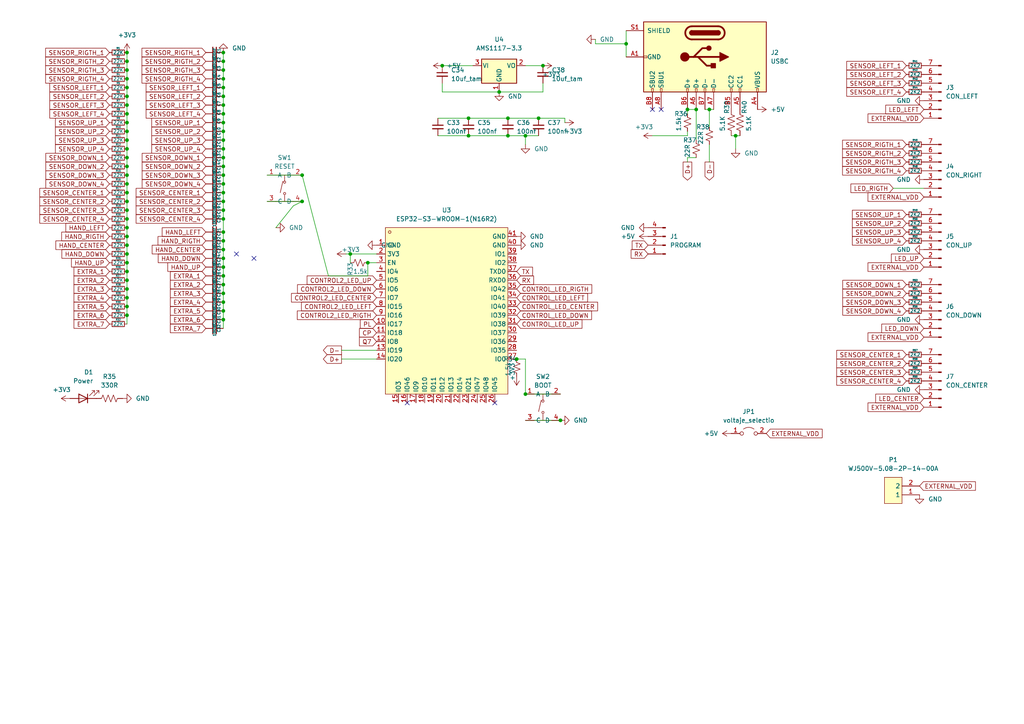
<source format=kicad_sch>
(kicad_sch (version 20211123) (generator eeschema)
  (paper "A4")
  (junction (at 64.77 72.39))
  (junction (at 64.77 85.09))
  (junction (at 64.77 90.17))
  (junction (at 64.77 77.47))
  (junction (at 64.77 17.78))
  (junction (at 157.48 19.05))
  (junction (at 201.93 31.75))
  (junction (at 64.77 20.32))
  (junction (at 36.83 20.32))
  (junction (at 87.63 50.8))
  (junction (at 36.83 78.74))
  (junction (at 64.77 58.42))
  (junction (at 64.77 35.56))
  (junction (at 64.77 48.26))
  (junction (at 106.68 76.2))
  (junction (at 152.4 39.37))
  (junction (at 147.32 34.29))
  (junction (at 36.83 48.26))
  (junction (at 36.83 33.02))
  (junction (at 64.77 50.8))
  (junction (at 162.56 121.92))
  (junction (at 36.83 66.04))
  (junction (at 64.77 60.96))
  (junction (at 36.83 43.18))
  (junction (at 64.77 45.72))
  (junction (at 64.77 69.85))
  (junction (at 64.77 67.31))
  (junction (at 101.6 73.66))
  (junction (at 36.83 58.42))
  (junction (at 36.83 45.72))
  (junction (at 36.83 27.94))
  (junction (at 64.77 40.64))
  (junction (at 36.83 60.96))
  (junction (at 36.83 40.64))
  (junction (at 64.77 33.02))
  (junction (at 64.77 87.63))
  (junction (at 36.83 15.24))
  (junction (at 36.83 68.58))
  (junction (at 135.89 39.37))
  (junction (at 36.83 25.4))
  (junction (at 199.39 31.75))
  (junction (at 64.77 38.1))
  (junction (at 36.83 91.44))
  (junction (at 156.21 34.29))
  (junction (at 36.83 30.48))
  (junction (at 149.86 104.14))
  (junction (at 36.83 63.5))
  (junction (at 36.83 81.28))
  (junction (at 36.83 38.1))
  (junction (at 64.77 92.71))
  (junction (at 205.74 31.75))
  (junction (at 36.83 76.2))
  (junction (at 135.89 34.29))
  (junction (at 36.83 50.8))
  (junction (at 36.83 22.86))
  (junction (at 36.83 53.34))
  (junction (at 64.77 82.55))
  (junction (at 36.83 88.9))
  (junction (at 147.32 39.37))
  (junction (at 181.61 12.7))
  (junction (at 64.77 22.86))
  (junction (at 64.77 80.01))
  (junction (at 128.27 19.05))
  (junction (at 36.83 86.36))
  (junction (at 64.77 55.88))
  (junction (at 36.83 55.88))
  (junction (at 36.83 73.66))
  (junction (at 36.83 71.12))
  (junction (at 64.77 74.93))
  (junction (at 144.78 26.67))
  (junction (at 36.83 35.56))
  (junction (at 36.83 17.78))
  (junction (at 36.83 83.82))
  (junction (at 152.4 114.3))
  (junction (at 64.77 53.34))
  (junction (at 64.77 27.94))
  (junction (at 64.77 15.24))
  (junction (at 64.77 63.5))
  (junction (at 213.36 39.37))
  (junction (at 64.77 30.48))
  (junction (at 64.77 25.4))
  (junction (at 87.63 58.42))
  (junction (at 64.77 43.18))
  (no_connect (at 189.23 31.75))
  (no_connect (at 73.66 74.93))
  (no_connect (at 68.58 73.66))
  (no_connect (at 303.53 247.65))
  (no_connect (at 303.53 245.11))
  (no_connect (at 306.07 281.94))
  (no_connect (at 118.11 116.84))
  (no_connect (at 143.51 116.84))
  (no_connect (at 191.77 31.75))
  (no_connect (at 306.07 284.48))
  (wire (pts (xy 64.77 27.94) (xy 64.77 30.48)))
  (wire (pts (xy 95.25 80.01) (xy 106.68 80.01)))
  (wire (pts (xy 213.36 39.37) (xy 214.63 39.37)))
  (wire (pts (xy 36.83 22.86) (xy 36.83 25.4)))
  (wire (pts (xy 64.77 60.96) (xy 64.77 63.5)))
  (wire (pts (xy 64.77 25.4) (xy 64.77 27.94)))
  (wire (pts (xy 199.39 45.72) (xy 199.39 46.99)))
  (wire (pts (xy 114.3 233.68) (xy 113.03 233.68)))
  (wire (pts (xy 64.77 80.01) (xy 64.77 82.55)))
  (wire (pts (xy 247.65 234.95) (xy 246.38 234.95)))
  (wire (pts (xy 64.77 48.26) (xy 64.77 50.8)))
  (wire (pts (xy 181.61 12.7) (xy 181.61 16.51)))
  (wire (pts (xy 135.89 34.29) (xy 147.32 34.29)))
  (wire (pts (xy 201.93 31.75) (xy 201.93 40.64)))
  (wire (pts (xy 152.4 39.37) (xy 156.21 39.37)))
  (wire (pts (xy 36.83 78.74) (xy 36.83 81.28)))
  (wire (pts (xy 157.48 26.67) (xy 144.78 26.67)))
  (wire (pts (xy 64.77 82.55) (xy 64.77 85.09)))
  (wire (pts (xy 36.83 81.28) (xy 36.83 83.82)))
  (wire (pts (xy 207.01 250.19) (xy 207.01 247.65)))
  (wire (pts (xy 207.01 222.25) (xy 148.59 222.25)))
  (wire (pts (xy 36.83 83.82) (xy 36.83 86.36)))
  (wire (pts (xy 64.77 69.85) (xy 64.77 72.39)))
  (wire (pts (xy 64.77 85.09) (xy 64.77 87.63)))
  (wire (pts (xy 101.6 220.98) (xy 139.7 220.98)))
  (wire (pts (xy 259.08 54.61) (xy 267.97 54.61)))
  (wire (pts (xy 36.83 33.02) (xy 36.83 35.56)))
  (wire (pts (xy 36.83 71.12) (xy 36.83 73.66)))
  (wire (pts (xy 36.83 48.26) (xy 36.83 50.8)))
  (wire (pts (xy 36.83 25.4) (xy 36.83 27.94)))
  (wire (pts (xy 314.96 234.95) (xy 308.61 234.95)))
  (wire (pts (xy 64.77 50.8) (xy 64.77 53.34)))
  (wire (pts (xy 36.83 40.64) (xy 36.83 43.18)))
  (wire (pts (xy 64.77 35.56) (xy 64.77 38.1)))
  (wire (pts (xy 36.83 86.36) (xy 36.83 88.9)))
  (wire (pts (xy 64.77 92.71) (xy 64.77 95.25)))
  (wire (pts (xy 317.5 279.4) (xy 311.15 279.4)))
  (wire (pts (xy 100.33 73.66) (xy 101.6 73.66)))
  (wire (pts (xy 172.72 12.7) (xy 172.72 11.43)))
  (wire (pts (xy 163.83 34.29) (xy 163.83 35.56)))
  (wire (pts (xy 139.7 236.22) (xy 139.7 246.38)))
  (wire (pts (xy 85.09 59.69) (xy 80.01 66.04)))
  (wire (pts (xy 73.66 231.14) (xy 101.6 231.14)))
  (wire (pts (xy 152.4 104.14) (xy 152.4 114.3)))
  (wire (pts (xy 36.83 20.32) (xy 36.83 22.86)))
  (wire (pts (xy 64.77 63.5) (xy 64.77 67.31)))
  (wire (pts (xy 199.39 38.1) (xy 199.39 39.37)))
  (wire (pts (xy 64.77 22.86) (xy 64.77 25.4)))
  (wire (pts (xy 36.83 38.1) (xy 36.83 40.64)))
  (wire (pts (xy 106.68 80.01) (xy 106.68 76.2)))
  (wire (pts (xy 73.66 220.98) (xy 11.43 220.98)))
  (wire (pts (xy 64.77 77.47) (xy 64.77 80.01)))
  (wire (pts (xy 11.43 238.76) (xy 6.35 238.76)))
  (wire (pts (xy 152.4 114.3) (xy 162.56 114.3)))
  (wire (pts (xy 135.89 39.37) (xy 147.32 39.37)))
  (wire (pts (xy 213.36 39.37) (xy 213.36 43.18)))
  (wire (pts (xy 36.83 66.04) (xy 36.83 68.58)))
  (wire (pts (xy 36.83 27.94) (xy 36.83 30.48)))
  (wire (pts (xy 64.77 20.32) (xy 64.77 22.86)))
  (wire (pts (xy 64.77 40.64) (xy 64.77 43.18)))
  (polyline (pts (xy 354.33 85.09) (xy 354.33 10.16)))
  (wire (pts (xy 205.74 41.91) (xy 205.74 46.99)))
  (wire (pts (xy 212.09 39.37) (xy 213.36 39.37)))
  (wire (pts (xy 205.74 31.75) (xy 207.01 31.75)))
  (wire (pts (xy 199.39 31.75) (xy 201.93 31.75)))
  (wire (pts (xy 101.6 73.66) (xy 109.22 73.66)))
  (wire (pts (xy 36.83 58.42) (xy 36.83 60.96)))
  (wire (pts (xy 73.66 246.38) (xy 73.66 231.14)))
  (wire (pts (xy 36.83 53.34) (xy 36.83 55.88)))
  (wire (pts (xy 127 39.37) (xy 135.89 39.37)))
  (wire (pts (xy 101.6 231.14) (xy 101.6 220.98)))
  (wire (pts (xy 64.77 87.63) (xy 64.77 90.17)))
  (wire (pts (xy 64.77 33.02) (xy 64.77 35.56)))
  (wire (pts (xy 128.27 19.05) (xy 137.16 19.05)))
  (wire (pts (xy 36.83 55.88) (xy 36.83 58.42)))
  (wire (pts (xy 36.83 43.18) (xy 36.83 45.72)))
  (wire (pts (xy 157.48 24.13) (xy 157.48 26.67)))
  (wire (pts (xy 314.96 227.33) (xy 303.53 227.33)))
  (wire (pts (xy 147.32 34.29) (xy 156.21 34.29)))
  (wire (pts (xy 99.06 101.6) (xy 109.22 101.6)))
  (wire (pts (xy 64.77 15.24) (xy 64.77 17.78)))
  (polyline (pts (xy 298.45 10.16) (xy 354.33 10.16)))
  (wire (pts (xy 148.59 222.25) (xy 148.59 236.22)))
  (wire (pts (xy 36.83 17.78) (xy 36.83 20.32)))
  (wire (pts (xy 317.5 271.78) (xy 311.15 271.78)))
  (wire (pts (xy 314.96 232.41) (xy 308.61 232.41)))
  (wire (pts (xy 152.4 121.92) (xy 162.56 121.92)))
  (wire (pts (xy 6.35 238.76) (xy 6.35 246.38)))
  (wire (pts (xy 205.74 31.75) (xy 205.74 36.83)))
  (wire (pts (xy 199.39 39.37) (xy 189.23 39.37)))
  (wire (pts (xy 314.96 242.57) (xy 308.61 242.57)))
  (wire (pts (xy 64.77 45.72) (xy 64.77 48.26)))
  (wire (pts (xy 180.34 233.68) (xy 179.07 233.68)))
  (wire (pts (xy 36.83 76.2) (xy 36.83 78.74)))
  (wire (pts (xy 152.4 39.37) (xy 152.4 41.91)))
  (wire (pts (xy 77.47 58.42) (xy 87.63 58.42)))
  (wire (pts (xy 64.77 72.39) (xy 64.77 74.93)))
  (wire (pts (xy 314.96 237.49) (xy 308.61 237.49)))
  (wire (pts (xy 204.47 31.75) (xy 205.74 31.75)))
  (wire (pts (xy 64.77 30.48) (xy 64.77 33.02)))
  (wire (pts (xy 85.09 59.69) (xy 87.63 58.42)))
  (wire (pts (xy 147.32 39.37) (xy 152.4 39.37)))
  (wire (pts (xy 64.77 58.42) (xy 64.77 60.96)))
  (wire (pts (xy 201.93 45.72) (xy 199.39 45.72)))
  (wire (pts (xy 101.6 73.66) (xy 101.6 76.2)))
  (wire (pts (xy 128.27 24.13) (xy 128.27 26.67)))
  (wire (pts (xy 156.21 34.29) (xy 163.83 34.29)))
  (wire (pts (xy 128.27 26.67) (xy 144.78 26.67)))
  (wire (pts (xy 64.77 67.31) (xy 64.77 69.85)))
  (wire (pts (xy 36.83 45.72) (xy 36.83 48.26)))
  (wire (pts (xy 64.77 17.78) (xy 64.77 20.32)))
  (wire (pts (xy 317.5 276.86) (xy 311.15 276.86)))
  (polyline (pts (xy 299.72 85.09) (xy 354.33 85.09)))
  (wire (pts (xy 64.77 43.18) (xy 64.77 45.72)))
  (wire (pts (xy 36.83 68.58) (xy 36.83 71.12)))
  (wire (pts (xy 64.77 53.34) (xy 64.77 55.88)))
  (wire (pts (xy 64.77 38.1) (xy 64.77 40.64)))
  (wire (pts (xy 99.06 104.14) (xy 109.22 104.14)))
  (wire (pts (xy 181.61 8.89) (xy 181.61 12.7)))
  (wire (pts (xy 127 34.29) (xy 135.89 34.29)))
  (wire (pts (xy 11.43 220.98) (xy 11.43 238.76)))
  (wire (pts (xy 64.77 74.93) (xy 64.77 77.47)))
  (wire (pts (xy 317.5 269.24) (xy 311.15 269.24)))
  (wire (pts (xy 36.83 35.56) (xy 36.83 38.1)))
  (wire (pts (xy 148.59 236.22) (xy 139.7 236.22)))
  (polyline (pts (xy 299.72 10.16) (xy 299.72 85.09)))
  (wire (pts (xy 36.83 88.9) (xy 36.83 91.44)))
  (wire (pts (xy 36.83 73.66) (xy 36.83 76.2)))
  (wire (pts (xy 36.83 91.44) (xy 36.83 93.98)))
  (wire (pts (xy 36.83 50.8) (xy 36.83 53.34)))
  (wire (pts (xy 317.5 264.16) (xy 306.07 264.16)))
  (wire (pts (xy 36.83 15.24) (xy 36.83 17.78)))
  (wire (pts (xy 64.77 55.88) (xy 64.77 58.42)))
  (wire (pts (xy 64.77 90.17) (xy 64.77 92.71)))
  (wire (pts (xy 87.63 50.8) (xy 95.25 80.01)))
  (wire (pts (xy 181.61 12.7) (xy 172.72 12.7)))
  (wire (pts (xy 199.39 31.75) (xy 199.39 33.02)))
  (wire (pts (xy 106.68 76.2) (xy 109.22 76.2)))
  (wire (pts (xy 152.4 104.14) (xy 149.86 104.14)))
  (wire (pts (xy 77.47 50.8) (xy 87.63 50.8)))
  (wire (pts (xy 36.83 63.5) (xy 36.83 66.04)))
  (wire (pts (xy 36.83 60.96) (xy 36.83 63.5)))
  (wire (pts (xy 314.96 240.03) (xy 308.61 240.03)))
  (wire (pts (xy 152.4 19.05) (xy 157.48 19.05)))
  (wire (pts (xy 36.83 30.48) (xy 36.83 33.02)))
  (wire (pts (xy 317.5 274.32) (xy 311.15 274.32)))
  (wire (pts (xy 398.78 15.24) (xy 397.51 15.24)))
  (text "PIU HAND\n" (at 325.12 12.7 0) (effects (font (size 1.27 1.27)) (justify left bottom)))
  (global_label "EXTRA_1" (shape input) (at 31.75 78.74 180) (property "Intersheet References" "${INTERSHEET_REFS}" (effects hide)))
  (global_label "EXTRA_6" (shape input) (at 224.79 247.65 270) (property "Intersheet References" "${INTERSHEET_REFS}" (effects hide)))
  (global_label "SENSOR_CENTER_1" (shape input) (at 31.75 55.88 180) (property "Intersheet References" "${INTERSHEET_REFS}" (effects hide)))
  (global_label "LED_CENTER" (shape input) (at 314.96 237.49 0) (property "Intersheet References" "${INTERSHEET_REFS}" (effects hide)))
  (global_label "HAND_LEFT" (shape input) (at 31.75 66.04 180) (property "Intersheet References" "${INTERSHEET_REFS}" (effects hide)))
  (global_label "LED2_DOWN" (shape input) (at 341.63 29.21 90) (property "Intersheet References" "${INTERSHEET_REFS}" (effects hide)))
  (global_label "SENSOR_LEFT_3" (shape input) (at 59.69 30.48 180) (property "Intersheet References" "${INTERSHEET_REFS}" (effects hide)))
  (global_label "Q7" (shape input) (at 109.22 99.06 180) (property "Intersheet References" "${INTERSHEET_REFS}" (effects hide)))
  (global_label "CONTROL2_LED_DOWN" (shape input) (at 109.22 83.82 180) (property "Intersheet References" "${INTERSHEET_REFS}" (effects hide)))
  (global_label "TX" (shape input) (at 187.96 71.12 180) (property "Intersheet References" "${INTERSHEET_REFS}" (effects hide)))
  (global_label "LED_DOWN" (shape input) (at 341.63 62.23 90) (property "Intersheet References" "${INTERSHEET_REFS}" (effects hide)))
  (global_label "SENSOR_DOWN_2" (shape input) (at 88.9 246.38 270) (property "Intersheet References" "${INTERSHEET_REFS}" (effects hide)))
  (global_label "SENSOR_CENTER_2" (shape input) (at 144.78 246.38 270) (property "Intersheet References" "${INTERSHEET_REFS}" (effects hide)))
  (global_label "SENSOR_DOWN_4" (shape input) (at 262.89 90.17 180) (property "Intersheet References" "${INTERSHEET_REFS}" (effects hide)))
  (global_label "SENSOR_CENTER_4" (shape input) (at 149.86 246.38 270) (property "Intersheet References" "${INTERSHEET_REFS}" (effects hide)))
  (global_label "EXTRA_5" (shape input) (at 59.69 90.17 180) (property "Intersheet References" "${INTERSHEET_REFS}" (effects hide)))
  (global_label "SENSOR_RIGTH_3" (shape input) (at 13.97 246.38 270) (property "Intersheet References" "${INTERSHEET_REFS}" (effects hide)))
  (global_label "Q7" (shape input) (at 6.35 220.98 90) (property "Intersheet References" "${INTERSHEET_REFS}" (effects hide)))
  (global_label "SENSOR_DOWN_4" (shape input) (at 384.81 55.88 180) (property "Intersheet References" "${INTERSHEET_REFS}" (effects hide)))
  (global_label "LED_RIGTH" (shape input) (at 349.25 62.23 90) (property "Intersheet References" "${INTERSHEET_REFS}" (effects hide)))
  (global_label "HAND_RIGTH" (shape input) (at 397.51 35.56 0) (property "Intersheet References" "${INTERSHEET_REFS}" (effects hide)))
  (global_label "LED_CENTER" (shape input) (at 267.97 115.57 180) (property "Intersheet References" "${INTERSHEET_REFS}" (effects hide)))
  (global_label "HAND_RIGTH" (shape input) (at 318.77 29.21 90) (property "Intersheet References" "${INTERSHEET_REFS}" (effects hide)))
  (global_label "SENSOR_DOWN_1" (shape input) (at 86.36 246.38 270) (property "Intersheet References" "${INTERSHEET_REFS}" (effects hide)))
  (global_label "SENSOR_CENTER_2" (shape input) (at 262.89 105.41 180) (property "Intersheet References" "${INTERSHEET_REFS}" (effects hide)))
  (global_label "EXTERNAL_VDD" (shape input) (at 267.97 77.47 180) (property "Intersheet References" "${INTERSHEET_REFS}" (effects hide)))
  (global_label "SENSOR_RIGTH_4" (shape input) (at 59.69 22.86 180) (property "Intersheet References" "${INTERSHEET_REFS}" (effects hide)))
  (global_label "SENSOR_CENTER_1" (shape input) (at 262.89 102.87 180) (property "Intersheet References" "${INTERSHEET_REFS}" (effects hide)))
  (global_label "SENSOR_UP_4" (shape input) (at 384.81 45.72 180) (property "Intersheet References" "${INTERSHEET_REFS}" (effects hide)))
  (global_label "LED_UP" (shape input) (at 314.96 232.41 0) (property "Intersheet References" "${INTERSHEET_REFS}" (effects hide)))
  (global_label "CP" (shape input) (at 104.14 246.38 270) (property "Intersheet References" "${INTERSHEET_REFS}" (effects hide)))
  (global_label "HAND_DOWN" (shape input) (at 59.69 74.93 180) (property "Intersheet References" "${INTERSHEET_REFS}" (effects hide)))
  (global_label "HAND_LEFT" (shape input) (at 321.31 29.21 90) (property "Intersheet References" "${INTERSHEET_REFS}" (effects hide)))
  (global_label "SENSOR_UP_3" (shape input) (at 384.81 43.18 180) (property "Intersheet References" "${INTERSHEET_REFS}" (effects hide)))
  (global_label "LED2_CENTER" (shape input) (at 344.17 29.21 90) (property "Intersheet References" "${INTERSHEET_REFS}" (effects hide)))
  (global_label "EXTRA_1" (shape input) (at 59.69 80.01 180) (property "Intersheet References" "${INTERSHEET_REFS}" (effects hide)))
  (global_label "HAND_UP" (shape input) (at 59.69 77.47 180) (property "Intersheet References" "${INTERSHEET_REFS}" (effects hide)))
  (global_label "EXTRA_7" (shape input) (at 397.51 53.34 0) (property "Intersheet References" "${INTERSHEET_REFS}" (effects hide)))
  (global_label "SENSOR_RIGTH_1" (shape input) (at 262.89 41.91 180) (property "Intersheet References" "${INTERSHEET_REFS}" (effects hide)))
  (global_label "EXTRA_2" (shape input) (at 214.63 247.65 270) (property "Intersheet References" "${INTERSHEET_REFS}" (effects hide)))
  (global_label "SENSOR_RIGTH_3" (shape input) (at 262.89 46.99 180) (property "Intersheet References" "${INTERSHEET_REFS}" (effects hide)))
  (global_label "LED2_RIGTH" (shape input) (at 349.25 29.21 90) (property "Intersheet References" "${INTERSHEET_REFS}" (effects hide)))
  (global_label "EXTERNAL_VDD" (shape input) (at 267.97 34.29 180) (property "Intersheet References" "${INTERSHEET_REFS}" (effects hide)))
  (global_label "SENSOR_UP_3" (shape input) (at 59.69 40.64 180) (property "Intersheet References" "${INTERSHEET_REFS}" (effects hide)))
  (global_label "SENSOR_DOWN_2" (shape input) (at 262.89 85.09 180) (property "Intersheet References" "${INTERSHEET_REFS}" (effects hide)))
  (global_label "CONTROL_LED_LEFT" (shape input) (at 149.86 86.36 0) (property "Intersheet References" "${INTERSHEET_REFS}" (effects hide)))
  (global_label "LED2_DOWN" (shape input) (at 317.5 271.78 0) (property "Intersheet References" "${INTERSHEET_REFS}" (effects hide)))
  (global_label "SENSOR_LEFT_3" (shape input) (at 31.75 30.48 180) (property "Intersheet References" "${INTERSHEET_REFS}" (effects hide)))
  (global_label "EXTRA_7" (shape input) (at 59.69 95.25 180) (property "Intersheet References" "${INTERSHEET_REFS}" (effects hide)))
  (global_label "SENSOR_CENTER_3" (shape input) (at 397.51 20.32 0) (property "Intersheet References" "${INTERSHEET_REFS}" (effects hide)))
  (global_label "D-" (shape output) (at 205.74 46.99 270) (property "Intersheet References" "${INTERSHEET_REFS}" (effects hide)))
  (global_label "SENSOR_CENTER_2" (shape input) (at 397.51 22.86 0) (property "Intersheet References" "${INTERSHEET_REFS}" (effects hide)))
  (global_label "PL" (shape input) (at 165.1 246.38 270) (property "Intersheet References" "${INTERSHEET_REFS}" (effects hide)))
  (global_label "SENSOR_CENTER_4" (shape input) (at 31.75 63.5 180) (property "Intersheet References" "${INTERSHEET_REFS}" (effects hide)))
  (global_label "LED_UP" (shape input) (at 267.97 74.93 180) (property "Intersheet References" "${INTERSHEET_REFS}" (effects hide)))
  (global_label "PL" (shape input) (at 31.75 246.38 270) (property "Intersheet References" "${INTERSHEET_REFS}" (effects hide)))
  (global_label "LED_LEFT" (shape input) (at 346.71 62.23 90) (property "Intersheet References" "${INTERSHEET_REFS}" (effects hide)))
  (global_label "CONTROL2_LED_CENTER" (shape input) (at 109.22 86.36 180) (property "Intersheet References" "${INTERSHEET_REFS}" (effects hide)))
  (global_label "SENSOR_CENTER_1" (shape input) (at 59.69 55.88 180) (property "Intersheet References" "${INTERSHEET_REFS}" (effects hide)))
  (global_label "SENSOR_LEFT_1" (shape input) (at 31.75 25.4 180) (property "Intersheet References" "${INTERSHEET_REFS}" (effects hide)))
  (global_label "EXTRA_1" (shape input) (at 321.31 62.23 90) (property "Intersheet References" "${INTERSHEET_REFS}" (effects hide)))
  (global_label "SENSOR_LEFT_4" (shape input) (at 26.67 246.38 270) (property "Intersheet References" "${INTERSHEET_REFS}" (effects hide)))
  (global_label "EXTRA_2" (shape input) (at 397.51 48.26 0) (property "Intersheet References" "${INTERSHEET_REFS}" (effects hide)))
  (global_label "SENSOR_CENTER_1" (shape input) (at 397.51 25.4 0) (property "Intersheet References" "${INTERSHEET_REFS}" (effects hide)))
  (global_label "SENSOR_UP_2" (shape input) (at 78.74 246.38 270) (property "Intersheet References" "${INTERSHEET_REFS}" (effects hide)))
  (global_label "SENSOR_CENTER_2" (shape input) (at 31.75 58.42 180) (property "Intersheet References" "${INTERSHEET_REFS}" (effects hide)))
  (global_label "LED2_LEFT" (shape input) (at 317.5 276.86 0) (property "Intersheet References" "${INTERSHEET_REFS}" (effects hide)))
  (global_label "SENSOR_DOWN_4" (shape input) (at 59.69 53.34 180) (property "Intersheet References" "${INTERSHEET_REFS}" (effects hide)))
  (global_label "HAND_DOWN" (shape input) (at 313.69 29.21 90) (property "Intersheet References" "${INTERSHEET_REFS}" (effects hide)))
  (global_label "HAND_CENTER" (shape input) (at 316.23 29.21 90) (property "Intersheet References" "${INTERSHEET_REFS}" (effects hide)))
  (global_label "SENSOR_DOWN_3" (shape input) (at 91.44 246.38 270) (property "Intersheet References" "${INTERSHEET_REFS}" (effects hide)))
  (global_label "EXTRA_5" (shape input) (at 397.51 40.64 0) (property "Intersheet References" "${INTERSHEET_REFS}" (effects hide)))
  (global_label "SENSOR_RIGTH_4" (shape input) (at 262.89 49.53 180) (property "Intersheet References" "${INTERSHEET_REFS}" (effects hide)))
  (global_label "CONTROL_LED_CENTER" (shape input) (at 283.21 237.49 180) (property "Intersheet References" "${INTERSHEET_REFS}" (effects hide)))
  (global_label "LED_UP" (shape input) (at 339.09 62.23 90) (property "Intersheet References" "${INTERSHEET_REFS}" (effects hide)))
  (global_label "CONTROL2_LED_UP" (shape input) (at 285.75 269.24 180) (property "Intersheet References" "${INTERSHEET_REFS}" (effects hide)))
  (global_label "CONTROL_LED_UP" (shape input) (at 283.21 232.41 180) (property "Intersheet References" "${INTERSHEET_REFS}" (effects hide)))
  (global_label "SENSOR_CENTER_3" (shape input) (at 59.69 60.96 180) (property "Intersheet References" "${INTERSHEET_REFS}" (effects hide)))
  (global_label "SENSOR_RIGTH_4" (shape input) (at 384.81 35.56 180) (property "Intersheet References" "${INTERSHEET_REFS}" (effects hide)))
  (global_label "HAND_LEFT" (shape input) (at 152.4 246.38 270) (property "Intersheet References" "${INTERSHEET_REFS}" (effects hide)))
  (global_label "LED2_LEFT" (shape input) (at 346.71 29.21 90) (property "Intersheet References" "${INTERSHEET_REFS}" (effects hide)))
  (global_label "SENSOR_DOWN_1" (shape input) (at 59.69 45.72 180) (property "Intersheet References" "${INTERSHEET_REFS}" (effects hide)))
  (global_label "SENSOR_RIGTH_1" (shape input) (at 384.81 27.94 180) (property "Intersheet References" "${INTERSHEET_REFS}" (effects hide)))
  (global_label "CONTROL_LED_DOWN" (shape input) (at 149.86 91.44 0) (property "Intersheet References" "${INTERSHEET_REFS}" (effects hide)))
  (global_label "HAND_CENTER" (shape input) (at 157.48 246.38 270) (property "Intersheet References" "${INTERSHEET_REFS}" (effects hide)))
  (global_label "CONTROL_LED_CENTER" (shape input) (at 149.86 88.9 0) (property "Intersheet References" "${INTERSHEET_REFS}" (effects hide)))
  (global_label "SENSOR_LEFT_1" (shape input) (at 19.05 246.38 270) (property "Intersheet References" "${INTERSHEET_REFS}" (effects hide)))
  (global_label "PL" (shape input) (at 99.06 246.38 270) (property "Intersheet References" "${INTERSHEET_REFS}" (effects hide)))
  (global_label "HAND_UP" (shape input) (at 31.75 76.2 180) (property "Intersheet References" "${INTERSHEET_REFS}" (effects hide)))
  (global_label "SENSOR_RIGTH_4" (shape input) (at 31.75 22.86 180) (property "Intersheet References" "${INTERSHEET_REFS}" (effects hide)))
  (global_label "EXTRA_2" (shape input) (at 59.69 82.55 180) (property "Intersheet References" "${INTERSHEET_REFS}" (effects hide)))
  (global_label "EXTRA_5" (shape input) (at 222.25 247.65 270) (property "Intersheet References" "${INTERSHEET_REFS}" (effects hide)))
  (global_label "SENSOR_DOWN_1" (shape input) (at 262.89 82.55 180) (property "Intersheet References" "${INTERSHEET_REFS}" (effects hide)))
  (global_label "LED2_UP" (shape input) (at 317.5 269.24 0) (property "Intersheet References" "${INTERSHEET_REFS}" (effects hide)))
  (global_label "SENSOR_LEFT_3" (shape input) (at 262.89 24.13 180) (property "Intersheet References" "${INTERSHEET_REFS}" (effects hide)))
  (global_label "SENSOR_RIGTH_2" (shape input) (at 262.89 44.45 180) (property "Intersheet References" "${INTERSHEET_REFS}" (effects hide)))
  (global_label "EXTERNAL_VDD" (shape input) (at 317.5 264.16 0) (property "Intersheet References" "${INTERSHEET_REFS}" (effects hide)))
  (global_label "TX" (shape input) (at 149.86 78.74 0) (property "Intersheet References" "${INTERSHEET_REFS}" (effects hide)))
  (global_label "EXTRA_1" (shape input) (at 397.51 50.8 0) (property "Intersheet References" "${INTERSHEET_REFS}" (effects hide)))
  (global_label "D-" (shape output) (at 99.06 101.6 180) (property "Intersheet References" "${INTERSHEET_REFS}" (effects hide)))
  (global_label "CP" (shape input) (at 237.49 247.65 270) (property "Intersheet References" "${INTERSHEET_REFS}" (effects hide)))
  (global_label "SENSOR_LEFT_1" (shape input) (at 384.81 17.78 180) (property "Intersheet References" "${INTERSHEET_REFS}" (effects hide)))
  (global_label "SENSOR_DOWN_3" (shape input) (at 262.89 87.63 180) (property "Intersheet References" "${INTERSHEET_REFS}" (effects hide)))
  (global_label "SENSOR_CENTER_1" (shape input) (at 142.24 246.38 270) (property "Intersheet References" "${INTERSHEET_REFS}" (effects hide)))
  (global_label "CP" (shape input) (at 36.83 246.38 270) (property "Intersheet References" "${INTERSHEET_REFS}" (effects hide)))
  (global_label "SENSOR_LEFT_2" (shape input) (at 59.69 27.94 180) (property "Intersheet References" "${INTERSHEET_REFS}" (effects hide)))
  (global_label "SENSOR_RIGTH_1" (shape input) (at 8.89 246.38 270) (property "Intersheet References" "${INTERSHEET_REFS}" (effects hide)))
  (global_label "LED2_RIGTH" (shape input) (at 317.5 279.4 0) (property "Intersheet References" "${INTERSHEET_REFS}" (effects hide)))
  (global_label "CONTROL2_LED_RIGTH" (shape input) (at 285.75 279.4 180) (property "Intersheet References" "${INTERSHEET_REFS}" (effects hide)))
  (global_label "SENSOR_DOWN_2" (shape input) (at 384.81 50.8 180) (property "Intersheet References" "${INTERSHEET_REFS}" (effects hide)))
  (global_label "EXTERNAL_VDD" (shape input) (at 222.25 125.73 0) (property "Intersheet References" "${INTERSHEET_REFS}" (effects hide)))
  (global_label "CONTROL2_LED_DOWN" (shape input) (at 285.75 271.78 180) (property "Intersheet References" "${INTERSHEET_REFS}" (effects hide)))
  (global_label "CONTROL2_LED_UP" (shape input) (at 109.22 81.28 180) (property "Intersheet References" "${INTERSHEET_REFS}" (effects hide)))
  (global_label "EXTRA_6" (shape input) (at 31.75 91.44 180) (property "Intersheet References" "${INTERSHEET_REFS}" (effects hide)))
  (global_label "SENSOR_UP_4" (shape input) (at 83.82 246.38 270) (property "Intersheet References" "${INTERSHEET_REFS}" (effects hide)))
  (global_label "SENSOR_LEFT_4" (shape input) (at 59.69 33.02 180) (property "Intersheet References" "${INTERSHEET_REFS}" (effects hide)))
  (global_label "SENSOR_LEFT_2" (shape input) (at 262.89 21.59 180) (property "Intersheet References" "${INTERSHEET_REFS}" (effects hide)))
  (global_label "SENSOR_LEFT_2" (shape input) (at 21.59 246.38 270) (property "Intersheet References" "${INTERSHEET_REFS}" (effects hide)))
  (global_label "EXTRA_1" (shape input) (at 212.09 247.65 270) (property "Intersheet References" "${INTERSHEET_REFS}" (effects hide)))
  (global_label "HAND_DOWN" (shape input) (at 31.75 73.66 180) (property "Intersheet References" "${INTERSHEET_REFS}" (effects hide)))
  (global_label "SENSOR_UP_1" (shape input) (at 31.75 35.56 180) (property "Intersheet References" "${INTERSHEET_REFS}" (effects hide)))
  (global_label "EXTRA_2" (shape input) (at 318.77 62.23 90) (property "Intersheet References" "${INTERSHEET_REFS}" (effects hide)))
  (global_label "EXTRA_4" (shape input) (at 219.71 247.65 270) (property "Intersheet References" "${INTERSHEET_REFS}" (effects hide)))
  (global_label "RX" (shape input) (at 187.96 73.66 180) (property "Intersheet References" "${INTERSHEET_REFS}" (effects hide)))
  (global_label "CP" (shape input) (at 109.22 96.52 180) (property "Intersheet References" "${INTERSHEET_REFS}" (effects hide)))
  (global_label "HAND_RIGTH" (shape input) (at 154.94 246.38 270) (property "Intersheet References" "${INTERSHEET_REFS}" (effects hide)))
  (global_label "SENSOR_CENTER_3" (shape input) (at 262.89 107.95 180) (property "Intersheet References" "${INTERSHEET_REFS}" (effects hide)))
  (global_label "SENSOR_LEFT_3" (shape input) (at 384.81 22.86 180) (property "Intersheet References" "${INTERSHEET_REFS}" (effects hide)))
  (global_label "LED_DOWN" (shape input) (at 314.96 234.95 0) (property "Intersheet References" "${INTERSHEET_REFS}" (effects hide)))
  (global_label "EXTRA_4" (shape input) (at 59.69 87.63 180) (property "Intersheet References" "${INTERSHEET_REFS}" (effects hide)))
  (global_label "SENSOR_CENTER_4" (shape input) (at 59.69 63.5 180) (property "Intersheet References" "${INTERSHEET_REFS}" (effects hide)))
  (global_label "LED_LEFT" (shape input) (at 267.97 31.75 180) (property "Intersheet References" "${INTERSHEET_REFS}" (effects hide)))
  (global_label "EXTRA_3" (shape input) (at 316.23 62.23 90) (property "Intersheet References" "${INTERSHEET_REFS}" (effects hide)))
  (global_label "SENSOR_RIGTH_3" (shape input) (at 31.75 20.32 180) (property "Intersheet References" "${INTERSHEET_REFS}" (effects hide)))
  (global_label "SENSOR_DOWN_2" (shape input) (at 31.75 48.26 180) (property "Intersheet References" "${INTERSHEET_REFS}" (effects hide)))
  (global_label "SENSOR_RIGTH_2" (shape input) (at 31.75 17.78 180) (property "Intersheet References" "${INTERSHEET_REFS}" (effects hide)))
  (global_label "SENSOR_UP_2" (shape input) (at 31.75 38.1 180) (property "Intersheet References" "${INTERSHEET_REFS}" (effects hide)))
  (global_label "SENSOR_RIGTH_1" (shape input) (at 31.75 15.24 180) (property "Intersheet References" "${INTERSHEET_REFS}" (effects hide)))
  (global_label "SENSOR_RIGTH_2" (shape input) (at 59.69 17.78 180) (property "Intersheet References" "${INTERSHEET_REFS}" (effects hide)))
  (global_label "HAND_LEFT" (shape input) (at 59.69 67.31 180) (property "Intersheet References" "${INTERSHEET_REFS}" (effects hide)))
  (global_label "EXTRA_5" (shape input) (at 31.75 88.9 180) (property "Intersheet References" "${INTERSHEET_REFS}" (effects hide)))
  (global_label "EXTERNAL_VDD" (shape input) (at 266.7 140.97 0) (property "Intersheet References" "${INTERSHEET_REFS}" (effects hide)))
  (global_label "EXTRA_3" (shape input) (at 217.17 247.65 270) (property "Intersheet References" "${INTERSHEET_REFS}" (effects hide)))
  (global_label "CONTROL_LED_DOWN" (shape input) (at 283.21 234.95 180) (property "Intersheet References" "${INTERSHEET_REFS}" (effects hide)))
  (global_label "SENSOR_UP_3" (shape input) (at 262.89 67.31 180) (property "Intersheet References" "${INTERSHEET_REFS}" (effects hide)))
  (global_label "SENSOR_LEFT_4" (shape input) (at 262.89 26.67 180) (property "Intersheet References" "${INTERSHEET_REFS}" (effects hide)))
  (global_label "EXTRA_4" (shape input) (at 313.69 62.23 90) (property "Intersheet References" "${INTERSHEET_REFS}" (effects hide)))
  (global_label "SENSOR_RIGTH_1" (shape input) (at 59.69 15.24 180) (property "Intersheet References" "${INTERSHEET_REFS}" (effects hide)))
  (global_label "EXTERNAL_VDD" (shape input) (at 314.96 227.33 0) (property "Intersheet References" "${INTERSHEET_REFS}" (effects hide)))
  (global_label "SENSOR_LEFT_2" (shape input) (at 31.75 27.94 180) (property "Intersheet References" "${INTERSHEET_REFS}" (effects hide)))
  (global_label "CONTROL_LED_UP" (shape input) (at 149.86 93.98 0) (property "Intersheet References" "${INTERSHEET_REFS}" (effects hide)))
  (global_label "SENSOR_LEFT_3" (shape input) (at 24.13 246.38 270) (property "Intersheet References" "${INTERSHEET_REFS}" (effects hide)))
  (global_label "SENSOR_UP_2" (shape input) (at 262.89 64.77 180) (property "Intersheet References" "${INTERSHEET_REFS}" (effects hide)))
  (global_label "SENSOR_CENTER_3" (shape input) (at 31.75 60.96 180) (property "Intersheet References" "${INTERSHEET_REFS}" (effects hide)))
  (global_label "HAND_RIGTH" (shape input) (at 31.75 68.58 180) (property "Intersheet References" "${INTERSHEET_REFS}" (effects hide)))
  (global_label "SENSOR_UP_4" (shape input) (at 31.75 43.18 180) (property "Intersheet References" "${INTERSHEET_REFS}" (effects hide)))
  (global_label "CONTROL_LED_LEFT" (shape input) (at 283.21 240.03 180) (property "Intersheet References" "${INTERSHEET_REFS}" (effects hide)))
  (global_label "CONTROL2_LED_LEFT" (shape input) (at 109.22 88.9 180) (property "Intersheet References" "${INTERSHEET_REFS}" (effects hide)))
  (global_label "CONTROL_LED_RIGTH" (shape input) (at 283.21 242.57 180) (property "Intersheet References" "${INTERSHEET_REFS}" (effects hide)))
  (global_label "SENSOR_RIGTH_2" (shape input) (at 384.81 30.48 180) (property "Intersheet References" "${INTERSHEET_REFS}" (effects hide)))
  (global_label "CONTROL2_LED_RIGTH" (shape input) (at 109.22 91.44 180) (property "Intersheet References" "${INTERSHEET_REFS}" (effects hide)))
  (global_label "PL" (shape input) (at 232.41 247.65 270) (property "Intersheet References" "${INTERSHEET_REFS}" (effects hide)))
  (global_label "LED_DOWN" (shape input) (at 267.97 95.25 180) (property "Intersheet References" "${INTERSHEET_REFS}" (effects hide)))
  (global_label "HAND_DOWN" (shape input) (at 397.51 30.48 0) (property "Intersheet References" "${INTERSHEET_REFS}" (effects hide)))
  (global_label "SENSOR_DOWN_3" (shape input) (at 384.81 53.34 180) (property "Intersheet References" "${INTERSHEET_REFS}" (effects hide)))
  (global_label "SENSOR_UP_4" (shape input) (at 262.89 69.85 180) (property "Intersheet References" "${INTERSHEET_REFS}" (effects hide)))
  (global_label "SENSOR_LEFT_4" (shape input) (at 31.75 33.02 180) (property "Intersheet References" "${INTERSHEET_REFS}" (effects hide)))
  (global_label "EXTRA_3" (shape input) (at 31.75 83.82 180) (property "Intersheet References" "${INTERSHEET_REFS}" (effects hide)))
  (global_label "LED2_CENTER" (shape input) (at 317.5 274.32 0) (property "Intersheet References" "${INTERSHEET_REFS}" (effects hide)))
  (global_label "CONTROL2_LED_LEFT" (shape input) (at 285.75 276.86 180) (property "Intersheet References" "${INTERSHEET_REFS}" (effects hide)))
  (global_label "EXTRA_4" (shape input) (at 397.51 43.18 0) (property "Intersheet References" "${INTERSHEET_REFS}" (effects hide)))
  (global_label "SENSOR_UP_3" (shape input) (at 81.28 246.38 270) (property "Intersheet References" "${INTERSHEET_REFS}" (effects hide)))
  (global_label "SENSOR_UP_2" (shape input) (at 59.69 38.1 180) (property "Intersheet References" "${INTERSHEET_REFS}" (effects hide)))
  (global_label "SENSOR_RIGTH_2" (shape input) (at 11.43 246.38 270) (property "Intersheet References" "${INTERSHEET_REFS}" (effects hide)))
  (global_label "SENSOR_LEFT_1" (shape input) (at 59.69 25.4 180) (property "Intersheet References" "${INTERSHEET_REFS}" (effects hide)))
  (global_label "EXTERNAL_VDD" (shape input) (at 267.97 97.79 180) (property "Intersheet References" "${INTERSHEET_REFS}" (effects hide)))
  (global_label "SENSOR_CENTER_3" (shape input) (at 147.32 246.38 270) (property "Intersheet References" "${INTERSHEET_REFS}" (effects hide)))
  (global_label "HAND_CENTER" (shape input) (at 397.51 33.02 0) (property "Intersheet References" "${INTERSHEET_REFS}" (effects hide)))
  (global_label "SENSOR_CENTER_4" (shape input) (at 262.89 110.49 180) (property "Intersheet References" "${INTERSHEET_REFS}" (effects hide)))
  (global_label "SENSOR_DOWN_4" (shape input) (at 93.98 246.38 270) (property "Intersheet References" "${INTERSHEET_REFS}" (effects hide)))
  (global_label "SENSOR_DOWN_3" (shape input) (at 31.75 50.8 180) (property "Intersheet References" "${INTERSHEET_REFS}" (effects hide)))
  (global_label "SENSOR_RIGTH_3" (shape input) (at 384.81 33.02 180) (property "Intersheet References" "${INTERSHEET_REFS}" (effects hide)))
  (global_label "SENSOR_CENTER_4" (shape input) (at 397.51 17.78 0) (property "Intersheet References" "${INTERSHEET_REFS}" (effects hide)))
  (global_label "CONTROL2_LED_CENTER" (shape input) (at 285.75 274.32 180) (property "Intersheet References" "${INTERSHEET_REFS}" (effects hide)))
  (global_label "SENSOR_UP_1" (shape input) (at 59.69 35.56 180) (property "Intersheet References" "${INTERSHEET_REFS}" (effects hide)))
  (global_label "SENSOR_DOWN_1" (shape input) (at 384.81 48.26 180) (property "Intersheet References" "${INTERSHEET_REFS}" (effects hide)))
  (global_label "LED2_UP" (shape input) (at 339.09 29.21 90) (property "Intersheet References" "${INTERSHEET_REFS}" (effects hide)))
  (global_label "HAND_DOWN" (shape input) (at 160.02 246.38 270) (property "Intersheet References" "${INTERSHEET_REFS}" (effects hide)))
  (global_label "SENSOR_DOWN_1" (shape input) (at 31.75 45.72 180) (property "Intersheet References" "${INTERSHEET_REFS}" (effects hide)))
  (global_label "EXTRA_4" (shape input) (at 31.75 86.36 180) (property "Intersheet References" "${INTERSHEET_REFS}" (effects hide)))
  (global_label "SENSOR_LEFT_2" (shape input) (at 384.81 20.32 180) (property "Intersheet References" "${INTERSHEET_REFS}" (effects hide)))
  (global_label "EXTRA_3" (shape input) (at 59.69 85.09 180) (property "Intersheet References" "${INTERSHEET_REFS}" (effects hide)))
  (global_label "LED_CENTER" (shape input) (at 344.17 62.23 90) (property "Intersheet References" "${INTERSHEET_REFS}" (effects hide)))
  (global_label "RX" (shape input) (at 149.86 81.28 0) (property "Intersheet References" "${INTERSHEET_REFS}" (effects hide)))
  (global_label "SENSOR_DOWN_3" (shape input) (at 59.69 50.8 180) (property "Intersheet References" "${INTERSHEET_REFS}" (effects hide)))
  (global_label "PL" (shape input) (at 109.22 93.98 180) (property "Intersheet References" "${INTERSHEET_REFS}" (effects hide)))
  (global_label "SENSOR_UP_3" (shape input) (at 31.75 40.64 180) (property "Intersheet References" "${INTERSHEET_REFS}" (effects hide)))
  (global_label "EXTRA_7" (shape input) (at 31.75 93.98 180) (property "Intersheet References" "${INTERSHEET_REFS}" (effects hide)))
  (global_label "LED_LEFT" (shape input) (at 314.96 240.03 0) (property "Intersheet References" "${INTERSHEET_REFS}" (effects hide)))
  (global_label "SENSOR_DOWN_4" (shape input) (at 31.75 53.34 180) (property "Intersheet References" "${INTERSHEET_REFS}" (effects hide)))
  (global_label "EXTRA_6" (shape input) (at 397.51 55.88 0) (property "Intersheet References" "${INTERSHEET_REFS}" (effects hide)))
  (global_label "EXTERNAL_VDD" (shape input) (at 267.97 57.15 180) (property "Intersheet References" "${INTERSHEET_REFS}" (effects hide)))
  (global_label "EXTRA_7" (shape input) (at 227.33 247.65 270) (property "Intersheet References" "${INTERSHEET_REFS}" (effects hide)))
  (global_label "SENSOR_UP_2" (shape input) (at 384.81 40.64 180) (property "Intersheet References" "${INTERSHEET_REFS}" (effects hide)))
  (global_label "HAND_UP" (shape input) (at 209.55 247.65 270) (property "Intersheet References" "${INTERSHEET_REFS}" (effects hide)))
  (global_label "EXTRA_3" (shape input) (at 397.51 45.72 0) (property "Intersheet References" "${INTERSHEET_REFS}" (effects hide)))
  (global_label "EXTRA_6" (shape input) (at 59.69 92.71 180) (property "Intersheet References" "${INTERSHEET_REFS}" (effects hide)))
  (global_label "EXTRA_5" (shape input) (at 311.15 62.23 90) (property "Intersheet References" "${INTERSHEET_REFS}" (effects hide)))
  (global_label "HAND_UP" (shape input) (at 311.15 29.21 90) (property "Intersheet References" "${INTERSHEET_REFS}" (effects hide)))
  (global_label "SENSOR_UP_4" (shape input) (at 59.69 43.18 180) (property "Intersheet References" "${INTERSHEET_REFS}" (effects hide)))
  (global_label "SENSOR_CENTER_2" (shape input) (at 59.69 58.42 180) (property "Intersheet References" "${INTERSHEET_REFS}" (effects hide)))
  (global_label "CP" (shape input) (at 170.18 246.38 270) (property "Intersheet References" "${INTERSHEET_REFS}" (effects hide)))
  (global_label "SENSOR_LEFT_4" (shape input) (at 384.81 25.4 180) (property "Intersheet References" "${INTERSHEET_REFS}" (effects hide)))
  (global_label "SENSOR_LEFT_1" (shape input) (at 262.89 19.05 180) (property "Intersheet References" "${INTERSHEET_REFS}" (effects hide)))
  (global_label "HAND_CENTER" (shape input) (at 31.75 71.12 180) (property "Intersheet References" "${INTERSHEET_REFS}" (effects hide)))
  (global_label "SENSOR_UP_1" (shape input) (at 384.81 38.1 180) (property "Intersheet References" "${INTERSHEET_REFS}" (effects hide)))
  (global_label "SENSOR_RIGTH_4" (shape input) (at 16.51 246.38 270) (property "Intersheet References" "${INTERSHEET_REFS}" (effects hide)))
  (global_label "HAND_LEFT" (shape input) (at 397.51 38.1 0) (property "Intersheet References" "${INTERSHEET_REFS}" (effects hide)))
  (global_label "D+" (shape output) (at 99.06 104.14 180) (property "Intersheet References" "${INTERSHEET_REFS}" (effects hide)))
  (global_label "EXTERNAL_VDD" (shape input) (at 267.97 118.11 180) (property "Intersheet References" "${INTERSHEET_REFS}" (effects hide)))
  (global_label "HAND_RIGTH" (shape input) (at 59.69 69.85 180) (property "Intersheet References" "${INTERSHEET_REFS}" (effects hide)))
  (global_label "LED_RIGTH" (shape input) (at 259.08 54.61 180) (property "Intersheet References" "${INTERSHEET_REFS}" (effects hide)))
  (global_label "EXTRA_2" (shape input) (at 31.75 81.28 180) (property "Intersheet References" "${INTERSHEET_REFS}" (effects hide)))
  (global_label "LED_RIGTH" (shape input) (at 314.96 242.57 0) (property "Intersheet References" "${INTERSHEET_REFS}" (effects hide)))
  (global_label "CONTROL_LED_RIGTH" (shape input) (at 149.86 83.82 0) (property "Intersheet References" "${INTERSHEET_REFS}" (effects hide)))
  (global_label "SENSOR_UP_1" (shape input) (at 262.89 62.23 180) (property "Intersheet References" "${INTERSHEET_REFS}" (effects hide)))
  (global_label "D+" (shape output) (at 199.39 46.99 270) (property "Intersheet References" "${INTERSHEET_REFS}" (effects hide)))
  (global_label "SENSOR_DOWN_2" (shape input) (at 59.69 48.26 180) (property "Intersheet References" "${INTERSHEET_REFS}" (effects hide)))
  (global_label "SENSOR_UP_1" (shape input) (at 76.2 246.38 270) (property "Intersheet References" "${INTERSHEET_REFS}" (effects hide)))
  (global_label "SENSOR_RIGTH_3" (shape input) (at 59.69 20.32 180) (property "Intersheet References" "${INTERSHEET_REFS}" (effects hide)))
  (global_label "HAND_UP" (shape input) (at 397.51 27.94 0) (property "Intersheet References" "${INTERSHEET_REFS}" (effects hide)))
  (global_label "HAND_CENTER" (shape input) (at 59.69 72.39 180) (property "Intersheet References" "${INTERSHEET_REFS}" (effects hide)))
  (symbol (lib_id "power:GND") (at 106.68 246.38 0) (unit 1)
    (property "Reference" "#PWR09" (effects hide))
    (property "Value" "GND" (at 109.22 247.6499 0) (effects (justify left)))
  )
  (symbol (lib_id "Device:R_Small") (at 265.43 107.95 90) (unit 1)
    (property "Reference" "R59" (at 265.43 106.68 90) (effects (font (size 0.5 0.5))))
    (property "Value" "2K2" (at 265.43 107.95 90) (effects (font (size 1 1))))
    (property "Footprint" "Resistor_SMD:R_0603_1608Metric" (effects hide))
    (property "LCSC" "C4190" (effects hide))
  )
  (symbol (lib_id "Device:C_Small") (at 62.23 72.39 270) (unit 1)
    (property "Reference" "C23" (at 63.5 71.12 0) (effects (font (size 0.8 0.8)) (justify left)))
    (property "Value" "100nf" (at 62.23 71.12 0) (effects (font (size 0.8 0.8)) (justify left)))
    (property "Footprint" "Capacitor_SMD:C_0603_1608Metric" (effects hide))
    (property "LCSC" "C14663" (effects hide))
  )
  (symbol (lib_id "Device:R_Small") (at 34.29 55.88 90) (unit 1)
    (property "Reference" "R17" (at 34.29 54.61 90) (effects (font (size 0.5 0.5))))
    (property "Value" "22K" (at 34.29 55.88 90) (effects (font (size 1 1))))
    (property "Footprint" "Resistor_SMD:R_0603_1608Metric" (effects hide))
    (property "LCSC" "C31850" (effects hide))
  )
  (symbol (lib_id "power:GND") (at 149.86 71.12 90) (unit 1)
    (property "Reference" "#PWR017" (effects hide))
    (property "Value" "GND" (at 153.67 71.1199 90) (effects (justify right)))
  )
  (symbol (lib_id "Device:C_Small") (at 62.23 30.48 270) (unit 1)
    (property "Reference" "C7" (at 63.5 29.21 0) (effects (font (size 0.8 0.8)) (justify left)))
    (property "Value" "100nf" (at 62.23 29.21 0) (effects (font (size 0.8 0.8)) (justify left)))
    (property "Footprint" "Capacitor_SMD:C_0603_1608Metric" (effects hide))
    (property "LCSC" "C14663" (effects hide))
  )
  (symbol (lib_id "power:GND") (at 162.56 121.92 90) (unit 1)
    (property "Reference" "#PWR022" (effects hide))
    (property "Value" "GND" (at 166.37 121.9199 90) (effects (justify right)))
  )
  (symbol (lib_id "74xx:74HC165") (at 154.94 233.68 90) (unit 1)
    (property "Reference" "U5" (at 154.94 229.87 90))
    (property "Value" "74HC165" (at 154.94 233.68 90))
    (property "Footprint" "easyeda2kicad:SOIC-16_L9.9-W3.9-P1.27-LS6.0-BL" (effects hide))
    (property "Datasheet" "https://assets.nexperia.com/documents/data-sheet/74HC_HCT165.pdf" (effects hide))
    (property "LCSC" "C5613" (effects hide))
  )
  (symbol (lib_id "Connector:Conn_01x05_Male") (at 316.23 34.29 90) (unit 1)
    (property "Reference" "J8" (at 316.23 36.83 90))
    (property "Value" "CON_LEFT" (at 316.23 39.37 90))
    (property "Footprint" "Connector_PinHeader_2.54mm:PinHeader_1x05_P2.54mm_Vertical" (effects hide))
  )
  (symbol (lib_id "Device:C_Small") (at 62.23 74.93 270) (unit 1)
    (property "Reference" "C24" (at 63.5 73.66 0) (effects (font (size 0.8 0.8)) (justify left)))
    (property "Value" "100nf" (at 62.23 73.66 0) (effects (font (size 0.8 0.8)) (justify left)))
    (property "Footprint" "Capacitor_SMD:C_0603_1608Metric" (effects hide))
    (property "LCSC" "C14663" (effects hide))
  )
  (symbol (lib_id "power:+5V") (at 212.09 125.73 90) (unit 1)
    (property "Reference" "#PWR042" (effects hide))
    (property "Value" "+5V" (at 208.28 125.7299 90) (effects (justify left)))
  )
  (symbol (lib_id "Device:R_Small") (at 34.29 45.72 90) (unit 1)
    (property "Reference" "R13" (at 34.29 44.45 90) (effects (font (size 0.5 0.5))))
    (property "Value" "22K" (at 34.29 45.72 90) (effects (font (size 1 1))))
    (property "Footprint" "Resistor_SMD:R_0603_1608Metric" (effects hide))
    (property "LCSC" "C31850" (effects hide))
  )
  (symbol (lib_id "power:GND") (at 179.07 233.68 90) (unit 1)
    (property "Reference" "#PWR026" (effects hide))
    (property "Value" "GND" (at 182.88 233.6799 90) (effects (justify right)))
  )
  (symbol (lib_id "power:GND") (at 293.37 252.73 0) (unit 1)
    (property "Reference" "#PWR041" (effects hide))
    (property "Value" "GND" (at 293.37 257.81 0))
  )
  (symbol (lib_id "power:+3.3V") (at 163.83 35.56 270) (unit 1)
    (property "Reference" "#PWR023" (effects hide))
    (property "Value" "+3.3V" (at 168.91 38.1 90) (effects (justify right)))
  )
  (symbol (lib_id "Device:R_Small") (at 34.29 66.04 90) (unit 1)
    (property "Reference" "R21" (at 34.29 64.77 90) (effects (font (size 0.5 0.5))))
    (property "Value" "22K" (at 34.29 66.04 90) (effects (font (size 1 1))))
    (property "Footprint" "Resistor_SMD:R_0603_1608Metric" (effects hide))
    (property "LCSC" "C31850" (effects hide))
  )
  (symbol (lib_id "Connector_Generic:Conn_02x20_Odd_Even") (at 389.89 38.1 0) (unit 1)
    (property "Reference" "J12" (at 391.16 8.89 0))
    (property "Value" "Conn_02x20_Odd_Even" (at 391.16 11.43 0))
    (property "Footprint" "Connector_PinHeader_2.54mm:PinHeader_2x20_P2.54mm_Vertical" (effects hide))
  )
  (symbol (lib_id "power:+5V") (at 187.96 68.58 90) (unit 1)
    (property "Reference" "#PWR028" (effects hide))
    (property "Value" "+5V" (at 184.15 68.5799 90) (effects (justify left)))
  )
  (symbol (lib_id "Device:R_Small") (at 265.43 46.99 90) (unit 1)
    (property "Reference" "R47" (at 265.43 45.72 90) (effects (font (size 0.5 0.5))))
    (property "Value" "2K2" (at 265.43 46.99 90) (effects (font (size 1 1))))
    (property "Footprint" "Resistor_SMD:R_0603_1608Metric" (effects hide))
    (property "LCSC" "C4190" (effects hide))
  )
  (symbol (lib_id "power:GND") (at 172.72 11.43 270) (unit 1)
    (property "Reference" "#PWR024" (effects hide))
    (property "Value" "GND" (at 173.99 11.4299 90) (effects (justify left)))
  )
  (symbol (lib_id "Device:C_Small") (at 62.23 55.88 270) (unit 1)
    (property "Reference" "C17" (at 63.5 54.61 0) (effects (font (size 0.8 0.8)) (justify left)))
    (property "Value" "100nf" (at 62.23 54.61 0) (effects (font (size 0.8 0.8)) (justify left)))
    (property "Footprint" "Capacitor_SMD:C_0603_1608Metric" (effects hide))
    (property "LCSC" "C14663" (effects hide))
  )
  (symbol (lib_id "Device:R_Small") (at 34.29 78.74 90) (unit 1)
    (property "Reference" "R26" (at 34.29 77.47 90) (effects (font (size 0.5 0.5))))
    (property "Value" "22K" (at 34.2265 78.803 90) (effects (font (size 1 1))))
    (property "Footprint" "Resistor_SMD:R_0603_1608Metric" (effects hide))
    (property "LCSC" "C31850" (effects hide))
  )
  (symbol (lib_id "power:GND") (at 109.22 71.12 270) (unit 1)
    (property "Reference" "#PWR010" (effects hide))
    (property "Value" "GND" (at 110.49 71.1199 90) (effects (justify left)))
  )
  (symbol (lib_id "Device:R_Small") (at 34.29 17.78 90) (unit 1)
    (property "Reference" "R2" (at 34.29 16.51 90) (effects (font (size 0.5 0.5))))
    (property "Value" "22K" (at 34.29 17.78 90) (effects (font (size 1 1))))
    (property "Footprint" "Resistor_SMD:R_0603_1608Metric" (effects hide))
    (property "LCSC" "C31850" (effects hide))
  )
  (symbol (lib_id "Device:R_Small") (at 265.43 21.59 90) (unit 1)
    (property "Reference" "R42" (at 265.43 20.32 90) (effects (font (size 0.5 0.5))))
    (property "Value" "2K2" (at 265.43 21.59 90) (effects (font (size 1 1))))
    (property "Footprint" "Resistor_SMD:R_0603_1608Metric" (effects hide))
    (property "LCSC" "C4190" (effects hide))
  )
  (symbol (lib_id "power:GND") (at 187.96 66.04 270) (unit 1)
    (property "Reference" "#PWR027" (effects hide))
    (property "Value" "GND" (at 184.15 66.0399 90) (effects (justify right)))
  )
  (symbol (lib_id "Device:R_Small") (at 265.43 67.31 90) (unit 1)
    (property "Reference" "R51" (at 265.43 66.04 90) (effects (font (size 0.5 0.5))))
    (property "Value" "2K2" (at 265.43 67.31 90) (effects (font (size 1 1))))
    (property "Footprint" "Resistor_SMD:R_0603_1608Metric" (effects hide))
    (property "LCSC" "C4190" (effects hide))
  )
  (symbol (lib_id "power:+3.3V") (at 149.86 109.22 180) (unit 1)
    (property "Reference" "#PWR018" (effects hide))
    (property "Value" "+3.3V" (at 148.59 110.49 90) (effects (justify right)))
  )
  (symbol (lib_id "easyeda2kicad:ESP32-S3-WROOM-1(N16R2)") (at 129.54 91.44 0) (unit 1)
    (property "Reference" "U3" (at 129.54 60.96 0))
    (property "Value" "ESP32-S3-WROOM-1(N16R2)" (at 129.54 63.5 0))
    (property "Footprint" "easyeda2kicad:WIRELM-SMD_ESP32-S3-WROOM-1" (effects hide))
    (property "LCSC Part" "C2913205" (effects hide))
    (property "LCSC" "C2913205" (effects hide))
  )
  (symbol (lib_id "Device:R_Small") (at 265.43 69.85 90) (unit 1)
    (property "Reference" "R52" (at 265.43 68.58 90) (effects (font (size 0.5 0.5))))
    (property "Value" "2K2" (at 265.43 69.85 90) (effects (font (size 1 1))))
    (property "Footprint" "Resistor_SMD:R_0603_1608Metric" (effects hide))
    (property "LCSC" "C4190" (effects hide))
  )
  (symbol (lib_id "Device:R_Small") (at 265.43 64.77 90) (unit 1)
    (property "Reference" "R50" (at 265.43 63.5 90) (effects (font (size 0.5 0.5))))
    (property "Value" "2K2" (at 265.43 64.77 90) (effects (font (size 1 1))))
    (property "Footprint" "Resistor_SMD:R_0603_1608Metric" (effects hide))
    (property "LCSC" "C4190" (effects hide))
  )
  (symbol (lib_id "Device:C_Small") (at 62.23 50.8 270) (unit 1)
    (property "Reference" "C15" (at 63.5 49.53 0) (effects (font (size 0.8 0.8)) (justify left)))
    (property "Value" "100nf" (at 62.23 49.53 0) (effects (font (size 0.8 0.8)) (justify left)))
    (property "Footprint" "Capacitor_SMD:C_0603_1608Metric" (effects hide))
    (property "LCSC" "C14663" (effects hide))
  )
  (symbol (lib_id "Device:R_Small") (at 306.07 237.49 90) (unit 1)
    (property "Reference" "R63" (at 306.07 236.22 90) (effects (font (size 0.5 0.5))))
    (property "Value" "2K2" (at 306.07 237.49 90) (effects (font (size 1 1))))
    (property "Footprint" "Resistor_SMD:R_0603_1608Metric" (effects hide))
    (property "LCSC" "C4190" (effects hide))
  )
  (symbol (lib_id "power:GND") (at 398.78 15.24 90) (unit 1)
    (property "Reference" "#PWR047" (effects hide))
    (property "Value" "GND" (at 402.59 15.2399 90) (effects (justify right)))
  )
  (symbol (lib_id "Device:R_Small") (at 34.29 76.2 90) (unit 1)
    (property "Reference" "R25" (at 34.29 74.93 90) (effects (font (size 0.5 0.5))))
    (property "Value" "22K" (at 34.29 76.2 90) (effects (font (size 1 1))))
    (property "Footprint" "Resistor_SMD:R_0603_1608Metric" (effects hide))
    (property "LCSC" "C31850" (effects hide))
  )
  (symbol (lib_id "Device:R_Small") (at 34.29 91.44 90) (unit 1)
    (property "Reference" "R31" (at 34.29 90.17 90) (effects (font (size 0.5 0.5))))
    (property "Value" "22K" (at 34.29 91.44 90) (effects (font (size 1 1))))
    (property "Footprint" "Resistor_SMD:R_0603_1608Metric" (effects hide))
    (property "LCSC" "C31850" (effects hide))
  )
  (symbol (lib_id "Connector:Conn_01x07_Male") (at 273.05 110.49 180) (unit 1)
    (property "Reference" "J7" (at 274.32 109.2199 0) (effects (justify right)))
    (property "Value" "CON_CENTER" (at 274.32 111.7599 0) (effects (justify right)))
    (property "Footprint" "Connector_PinHeader_2.54mm:PinHeader_1x07_P2.54mm_Vertical" (effects hide))
  )
  (symbol (lib_id "Connector:Conn_01x05_Male") (at 344.17 34.29 90) (unit 1)
    (property "Reference" "J10" (at 344.17 36.83 90))
    (property "Value" "LED_LEFT" (at 344.17 39.37 90))
    (property "Footprint" "Connector_PinHeader_2.54mm:PinHeader_1x05_P2.54mm_Vertical" (effects hide))
  )
  (symbol (lib_id "Device:R_Small") (at 34.29 20.32 90) (unit 1)
    (property "Reference" "R3" (at 34.29 19.05 90) (effects (font (size 0.5 0.5))))
    (property "Value" "22K" (at 34.29 20.32 90) (effects (font (size 1 1))))
    (property "Footprint" "Resistor_SMD:R_0603_1608Metric" (effects hide))
    (property "LCSC" "C31850" (effects hide))
  )
  (symbol (lib_id "Device:C_Small") (at 62.23 48.26 270) (unit 1)
    (property "Reference" "C14" (at 63.5 46.99 0) (effects (font (size 0.8 0.8)) (justify left)))
    (property "Value" "100nf" (at 62.23 46.99 0) (effects (font (size 0.8 0.8)) (justify left)))
    (property "Footprint" "Capacitor_SMD:C_0603_1608Metric" (effects hide))
    (property "LCSC" "C14663" (effects hide))
  )
  (symbol (lib_id "power:GND") (at 267.97 72.39 270) (unit 1)
    (property "Reference" "#PWR038" (effects hide))
    (property "Value" "GND" (at 264.16 72.3899 90) (effects (justify right)))
  )
  (symbol (lib_id "Device:R_Small") (at 308.61 274.32 90) (unit 1)
    (property "Reference" "R68" (at 308.61 273.05 90) (effects (font (size 0.5 0.5))))
    (property "Value" "2K2" (at 308.61 274.32 90) (effects (font (size 1 1))))
    (property "Footprint" "Resistor_SMD:R_0603_1608Metric" (effects hide))
    (property "LCSC" "C4190" (effects hide))
  )
  (symbol (lib_id "Device:C_Small") (at 62.23 85.09 270) (unit 1)
    (property "Reference" "C28" (at 63.5 83.82 0) (effects (font (size 0.8 0.8)) (justify left)))
    (property "Value" "100nf" (at 62.23 83.82 0) (effects (font (size 0.8 0.8)) (justify left)))
    (property "Footprint" "Capacitor_SMD:C_0603_1608Metric" (effects hide))
    (property "LCSC" "C14663" (effects hide))
  )
  (symbol (lib_id "Device:C_Small") (at 128.27 21.59 0) (unit 1)
    (property "Reference" "C34" (at 130.81 20.3262 0) (effects (justify left)))
    (property "Value" "10uf_tam" (at 130.81 22.8662 0) (effects (justify left)))
    (property "Footprint" "Capacitor_Tantalum_SMD:CP_EIA-3216-18_Kemet-A" (effects hide))
    (property "LCSC" "C122912" (effects hide))
  )
  (symbol (lib_id "Device:R_Small") (at 34.29 53.34 90) (unit 1)
    (property "Reference" "R16" (at 34.29 52.07 90) (effects (font (size 0.5 0.5))))
    (property "Value" "22K" (at 34.29 53.34 90) (effects (font (size 1 1))))
    (property "Footprint" "Resistor_SMD:R_0603_1608Metric" (effects hide))
    (property "LCSC" "C31850" (effects hide))
  )
  (symbol (lib_id "power:GND") (at 64.77 15.24 180) (unit 1)
    (property "Reference" "#PWR05" (effects hide))
    (property "Value" "GND" (at 67.31 13.9699 0) (effects (justify right)))
  )
  (symbol (lib_id "power:+3.3V") (at 20.32 115.57 90) (unit 1)
    (property "Reference" "#PWR014" (effects hide))
    (property "Value" "+3.3V" (at 15.24 113.03 90) (effects (justify right)))
  )
  (symbol (lib_id "Device:R_Small_US") (at 149.86 106.68 0) (unit 1)
    (property "Reference" "R34" (at 146.05 104.14 0) (effects (justify left)))
    (property "Value" "1.5k" (at 147.32 109.22 90) (effects (justify left)))
    (property "Footprint" "Resistor_SMD:R_0603_1608Metric" (effects hide))
    (property "LCSC" "C4310" (effects hide))
  )
  (symbol (lib_id "power:GND") (at 397.51 63.5 90) (unit 1)
    (property "Reference" "#PWR046" (effects hide))
    (property "Value" "GND" (at 401.32 63.4999 90) (effects (justify right)))
  )
  (symbol (lib_id "Device:C_Small") (at 62.23 58.42 270) (unit 1)
    (property "Reference" "C18" (at 63.5 57.15 0) (effects (font (size 0.8 0.8)) (justify left)))
    (property "Value" "100nf" (at 62.23 57.15 0) (effects (font (size 0.8 0.8)) (justify left)))
    (property "Footprint" "Capacitor_SMD:C_0603_1608Metric" (effects hide))
    (property "LCSC" "C14663" (effects hide))
  )
  (symbol (lib_id "Device:R_Small") (at 265.43 85.09 90) (unit 1)
    (property "Reference" "R54" (at 265.43 83.82 90) (effects (font (size 0.5 0.5))))
    (property "Value" "2K2" (at 265.43 85.09 90) (effects (font (size 1 1))))
    (property "Footprint" "Resistor_SMD:R_0603_1608Metric" (effects hide))
    (property "LCSC" "C4190" (effects hide))
  )
  (symbol (lib_id "power:GND") (at 295.91 289.56 0) (unit 1)
    (property "Reference" "#PWR043" (effects hide))
    (property "Value" "GND" (at 295.91 294.64 0))
  )
  (symbol (lib_id "power:GND") (at 152.4 41.91 0) (unit 1)
    (property "Reference" "#PWR019" (effects hide))
    (property "Value" "GND" (at 154.94 43.1799 0) (effects (justify left)))
  )
  (symbol (lib_id "Device:C_Small") (at 62.23 22.86 270) (unit 1)
    (property "Reference" "C4" (at 63.5 21.59 0) (effects (font (size 0.8 0.8)) (justify left)))
    (property "Value" "100nf" (at 62.23 21.59 0) (effects (font (size 0.8 0.8)) (justify left)))
    (property "Footprint" "Capacitor_SMD:C_0603_1608Metric" (effects hide))
    (property "LCSC" "C14663" (effects hide))
  )
  (symbol (lib_id "power:GND") (at 46.99 233.68 90) (unit 1)
    (property "Reference" "#PWR04" (effects hide))
    (property "Value" "GND" (at 50.8 233.6799 90) (effects (justify right)))
  )
  (symbol (lib_id "Device:R_Small") (at 34.29 33.02 90) (unit 1)
    (property "Reference" "R8" (at 34.29 31.75 90) (effects (font (size 0.5 0.5))))
    (property "Value" "22K" (at 34.29 33.02 90) (effects (font (size 1 1))))
    (property "Footprint" "Resistor_SMD:R_0603_1608Metric" (effects hide))
    (property "LCSC" "C31850" (effects hide))
  )
  (symbol (lib_id "Device:R_Small") (at 265.43 102.87 90) (unit 1)
    (property "Reference" "R57" (at 265.43 101.6 90) (effects (font (size 0.5 0.5))))
    (property "Value" "2K2" (at 265.43 102.87 90) (effects (font (size 1 1))))
    (property "Footprint" "Resistor_SMD:R_0603_1608Metric" (effects hide))
    (property "LCSC" "C4190" (effects hide))
  )
  (symbol (lib_id "Device:R_Small") (at 34.29 63.5 90) (unit 1)
    (property "Reference" "R20" (at 34.29 62.23 90) (effects (font (size 0.5 0.5))))
    (property "Value" "22K" (at 34.29 63.5 90) (effects (font (size 1 1))))
    (property "Footprint" "Resistor_SMD:R_0603_1608Metric" (effects hide))
    (property "LCSC" "C31850" (effects hide))
  )
  (symbol (lib_id "Device:C_Small") (at 62.23 25.4 270) (unit 1)
    (property "Reference" "C5" (at 63.5 24.13 0) (effects (font (size 0.8 0.8)) (justify left)))
    (property "Value" "100nf" (at 62.23 24.13 0) (effects (font (size 0.8 0.8)) (justify left)))
    (property "Footprint" "Capacitor_SMD:C_0603_1608Metric" (effects hide))
    (property "LCSC" "C14663" (effects hide))
  )
  (symbol (lib_id "power:GND") (at 266.7 143.51 0) (unit 1)
    (property "Reference" "#PWR035" (effects hide))
    (property "Value" "GND" (at 269.24 144.7799 0) (effects (justify left)))
  )
  (symbol (lib_id "power:+3.3V") (at 157.48 19.05 270) (unit 1)
    (property "Reference" "#PWR020" (effects hide))
    (property "Value" "+3.3V" (at 162.56 21.59 90) (effects (justify right)))
  )
  (symbol (lib_id "Device:R_US") (at 214.63 35.56 180) (unit 1)
    (property "Reference" "R40" (at 215.9 33.02 90) (effects (justify right)))
    (property "Value" "5.1K" (at 217.17 38.1 90) (effects (justify right)))
    (property "Footprint" "Resistor_SMD:R_0603_1608Metric" (effects hide))
    (property "LCSC" "C27834" (effects hide))
  )
  (symbol (lib_id "Connector:Conn_01x07_Male") (at 273.05 49.53 180) (unit 1)
    (property "Reference" "J4" (at 274.32 48.2599 0) (effects (justify right)))
    (property "Value" "CON_RIGHT" (at 274.32 50.7999 0) (effects (justify right)))
    (property "Footprint" "Connector_PinHeader_2.54mm:PinHeader_1x07_P2.54mm_Vertical" (effects hide))
  )
  (symbol (lib_id "Device:C_Small") (at 62.23 35.56 270) (unit 1)
    (property "Reference" "C9" (at 63.5 34.29 0) (effects (font (size 0.8 0.8)) (justify left)))
    (property "Value" "100nf" (at 62.23 34.29 0) (effects (font (size 0.8 0.8)) (justify left)))
    (property "Footprint" "Capacitor_SMD:C_0603_1608Metric" (effects hide))
    (property "LCSC" "C14663" (effects hide))
  )
  (symbol (lib_id "Device:C_Small") (at 62.23 43.18 270) (unit 1)
    (property "Reference" "C12" (at 63.5 41.91 0) (effects (font (size 0.8 0.8)) (justify left)))
    (property "Value" "100nf" (at 62.23 41.91 0) (effects (font (size 0.8 0.8)) (justify left)))
    (property "Footprint" "Capacitor_SMD:C_0603_1608Metric" (effects hide))
    (property "LCSC" "C14663" (effects hide))
  )
  (symbol (lib_id "Device:R_Small") (at 34.29 38.1 90) (unit 1)
    (property "Reference" "R10" (at 34.29 36.83 90) (effects (font (size 0.5 0.5))))
    (property "Value" "22K" (at 34.29 38.1 90) (effects (font (size 1 1))))
    (property "Footprint" "Resistor_SMD:R_0603_1608Metric" (effects hide))
    (property "LCSC" "C31850" (effects hide))
  )
  (symbol (lib_id "Device:C_Small") (at 62.23 33.02 270) (unit 1)
    (property "Reference" "C8" (at 63.5 31.75 0) (effects (font (size 0.8 0.8)) (justify left)))
    (property "Value" "100nf" (at 62.23 31.75 0) (effects (font (size 0.8 0.8)) (justify left)))
    (property "Footprint" "Capacitor_SMD:C_0603_1608Metric" (effects hide))
    (property "LCSC" "C14663" (effects hide))
  )
  (symbol (lib_id "Device:C_Small") (at 62.23 87.63 270) (unit 1)
    (property "Reference" "C29" (at 63.5 86.36 0) (effects (font (size 0.8 0.8)) (justify left)))
    (property "Value" "100nf" (at 62.23 86.36 0) (effects (font (size 0.8 0.8)) (justify left)))
    (property "Footprint" "Capacitor_SMD:C_0603_1608Metric" (effects hide))
    (property "LCSC" "C14663" (effects hide))
  )
  (symbol (lib_id "Device:R_Small") (at 308.61 269.24 90) (unit 1)
    (property "Reference" "R66" (at 308.61 267.97 90) (effects (font (size 0.5 0.5))))
    (property "Value" "2K2" (at 308.61 269.24 90) (effects (font (size 1 1))))
    (property "Footprint" "Resistor_SMD:R_0603_1608Metric" (effects hide))
    (property "LCSC" "C4190" (effects hide))
  )
  (symbol (lib_id "Device:C_Small") (at 62.23 95.25 270) (unit 1)
    (property "Reference" "C32" (at 63.5 93.98 0) (effects (font (size 0.8 0.8)) (justify left)))
    (property "Value" "100nf" (at 62.23 93.98 0) (effects (font (size 0.8 0.8)) (justify left)))
    (property "Footprint" "Capacitor_SMD:C_0603_1608Metric" (effects hide))
    (property "LCSC" "C14663" (effects hide))
  )
  (symbol (lib_id "74xx:74HC165") (at 88.9 233.68 90) (unit 1)
    (property "Reference" "U2" (at 88.9 229.87 90))
    (property "Value" "74HC165" (at 88.9 233.68 90))
    (property "Footprint" "easyeda2kicad:SOIC-16_L9.9-W3.9-P1.27-LS6.0-BL" (effects hide))
    (property "Datasheet" "https://assets.nexperia.com/documents/data-sheet/74HC_HCT165.pdf" (effects hide))
    (property "LCSC" "C5613" (effects hide))
  )
  (symbol (lib_id "Device:R_Small") (at 265.43 41.91 90) (unit 1)
    (property "Reference" "R45" (at 265.43 40.64 90) (effects (font (size 0.5 0.5))))
    (property "Value" "2K2" (at 265.43 41.91 90) (effects (font (size 1 1))))
    (property "Footprint" "Resistor_SMD:R_0603_1608Metric" (effects hide))
    (property "LCSC" "C4190" (effects hide))
  )
  (symbol (lib_id "Device:C_Small") (at 62.23 60.96 270) (unit 1)
    (property "Reference" "C19" (at 63.5 59.69 0) (effects (font (size 0.8 0.8)) (justify left)))
    (property "Value" "100nf" (at 62.23 59.69 0) (effects (font (size 0.8 0.8)) (justify left)))
    (property "Footprint" "Capacitor_SMD:C_0603_1608Metric" (effects hide))
    (property "LCSC" "C14663" (effects hide))
  )
  (symbol (lib_id "power:+3.3V") (at 36.83 15.24 0) (unit 1)
    (property "Reference" "#PWR02" (effects hide))
    (property "Value" "+3.3V" (at 36.83 10.16 0))
  )
  (symbol (lib_id "Device:R_Small") (at 34.29 15.24 90) (unit 1)
    (property "Reference" "R1" (at 34.29 13.97 90) (effects (font (size 0.5 0.5))))
    (property "Value" "22K" (at 34.29 15.24 90) (effects (font (size 1 1))))
    (property "Footprint" "Resistor_SMD:R_0603_1608Metric" (effects hide))
    (property "LCSC" "C31850" (effects hide))
  )
  (symbol (lib_id "power:GND") (at 384.81 63.5 270) (unit 1)
    (property "Reference" "#PWR045" (effects hide))
    (property "Value" "GND" (at 386.08 63.4999 90) (effects (justify left)))
  )
  (symbol (lib_id "Device:R_Small") (at 265.43 26.67 90) (unit 1)
    (property "Reference" "R44" (at 265.43 25.4 90) (effects (font (size 0.5 0.5))))
    (property "Value" "2K2" (at 265.43 26.67 90) (effects (font (size 1 1))))
    (property "Footprint" "Resistor_SMD:R_0603_1608Metric" (effects hide))
    (property "LCSC" "C4190" (effects hide))
  )
  (symbol (lib_id "Device:R_Small_US") (at 199.39 35.56 0) (unit 1)
    (property "Reference" "R36" (at 195.58 33.02 0) (effects (justify left)))
    (property "Value" "1.5k" (at 196.85 38.1 90) (effects (justify left)))
    (property "Footprint" "Resistor_SMD:R_0603_1608Metric" (effects hide))
    (property "LCSC" "C4310" (effects hide))
  )
  (symbol (lib_id "Device:R_Small_US") (at 205.74 39.37 0) (unit 1)
    (property "Reference" "R38" (at 201.93 36.83 0) (effects (justify left)))
    (property "Value" "22R" (at 203.2 41.91 90) (effects (justify left)))
    (property "Footprint" "Resistor_SMD:R_0603_1608Metric" (effects hide))
    (property "LCSC" "C17561" (effects hide))
  )
  (symbol (lib_id "Regulator_Linear:AMS1117-3.3") (at 144.78 19.05 0) (unit 1)
    (property "Reference" "U4" (at 144.78 11.43 0))
    (property "Value" "AMS1117-3.3" (at 144.78 13.97 0))
    (property "Footprint" "Package_TO_SOT_SMD:SOT-223-3_TabPin2" (effects hide))
    (property "Datasheet" "http://www.advanced-monolithic.com/pdf/ds1117.pdf" (effects hide))
    (property "LCSC" "C6186" (effects hide))
  )
  (symbol (lib_id "power:GND") (at 144.78 26.67 0) (unit 1)
    (property "Reference" "#PWR015" (effects hide))
    (property "Value" "GND" (at 147.32 27.9399 0) (effects (justify left)))
  )
  (symbol (lib_id "Device:R_Small") (at 34.29 71.12 90) (unit 1)
    (property "Reference" "R23" (at 34.29 69.85 90) (effects (font (size 0.5 0.5))))
    (property "Value" "22K" (at 34.29 71.12 90) (effects (font (size 1 1))))
    (property "Footprint" "Resistor_SMD:R_0603_1608Metric" (effects hide))
    (property "LCSC" "C31850" (effects hide))
  )
  (symbol (lib_id "Connector:Conn_01x05_Male") (at 344.17 67.31 90) (unit 1)
    (property "Reference" "J11" (at 344.17 69.85 90))
    (property "Value" "LED_RIGTH" (at 344.17 72.39 90))
    (property "Footprint" "Connector_PinHeader_2.54mm:PinHeader_1x05_P2.54mm_Vertical" (effects hide))
  )
  (symbol (lib_id "Device:R_Small") (at 306.07 234.95 90) (unit 1)
    (property "Reference" "R62" (at 306.07 233.68 90) (effects (font (size 0.5 0.5))))
    (property "Value" "2K2" (at 306.07 234.95 90) (effects (font (size 1 1))))
    (property "Footprint" "Resistor_SMD:R_0603_1608Metric" (effects hide))
    (property "LCSC" "C4190" (effects hide))
  )
  (symbol (lib_id "Device:R_Small") (at 308.61 279.4 90) (unit 1)
    (property "Reference" "R70" (at 308.61 278.13 90) (effects (font (size 0.5 0.5))))
    (property "Value" "2K2" (at 308.61 279.4 90) (effects (font (size 1 1))))
    (property "Footprint" "Resistor_SMD:R_0603_1608Metric" (effects hide))
    (property "LCSC" "C4190" (effects hide))
  )
  (symbol (lib_id "Device:C_Small") (at 156.21 36.83 0) (unit 1)
    (property "Reference" "C37" (at 158.75 35.5662 0) (effects (justify left)))
    (property "Value" "100nf" (at 158.75 38.1062 0) (effects (justify left)))
    (property "Footprint" "Capacitor_SMD:C_0805_2012Metric" (effects hide))
    (property "LCSC" "C49678" (effects hide))
  )
  (symbol (lib_id "Device:C_Small") (at 62.23 69.85 270) (unit 1)
    (property "Reference" "C22" (at 63.5 68.58 0) (effects (font (size 0.8 0.8)) (justify left)))
    (property "Value" "100nf" (at 62.23 68.58 0) (effects (font (size 0.8 0.8)) (justify left)))
    (property "Footprint" "Capacitor_SMD:C_0603_1608Metric" (effects hide))
    (property "LCSC" "C14663" (effects hide))
  )
  (symbol (lib_id "Device:R_Small") (at 34.29 25.4 90) (unit 1)
    (property "Reference" "R5" (at 34.29 24.13 90) (effects (font (size 0.5 0.5))))
    (property "Value" "22K" (at 34.29 25.4 90) (effects (font (size 1 1))))
    (property "Footprint" "Resistor_SMD:R_0603_1608Metric" (effects hide))
    (property "LCSC" "C31850" (effects hide))
  )
  (symbol (lib_id "Device:R_Small") (at 34.29 58.42 90) (unit 1)
    (property "Reference" "R18" (at 34.29 57.15 90) (effects (font (size 0.5 0.5))))
    (property "Value" "22K" (at 34.2265 58.483 90) (effects (font (size 1 1))))
    (property "Footprint" "Resistor_SMD:R_0603_1608Metric" (effects hide))
    (property "LCSC" "C31850" (effects hide))
  )
  (symbol (lib_id "Device:C_Small") (at 62.23 53.34 270) (unit 1)
    (property "Reference" "C16" (at 63.5 52.07 0) (effects (font (size 0.8 0.8)) (justify left)))
    (property "Value" "100nf" (at 62.23 52.07 0) (effects (font (size 0.8 0.8)) (justify left)))
    (property "Footprint" "Capacitor_SMD:C_0603_1608Metric" (effects hide))
    (property "LCSC" "C14663" (effects hide))
  )
  (symbol (lib_id "Device:C_Small") (at 62.23 82.55 270) (unit 1)
    (property "Reference" "C27" (at 63.5 81.28 0) (effects (font (size 0.8 0.8)) (justify left)))
    (property "Value" "100nf" (at 62.23 81.28 0) (effects (font (size 0.8 0.8)) (justify left)))
    (property "Footprint" "Capacitor_SMD:C_0603_1608Metric" (effects hide))
    (property "LCSC" "C14663" (effects hide))
  )
  (symbol (lib_id "Device:R_Small") (at 34.29 83.82 90) (unit 1)
    (property "Reference" "R28" (at 34.29 82.55 90) (effects (font (size 0.5 0.5))))
    (property "Value" "22K" (at 34.29 83.82 90) (effects (font (size 1 1))))
    (property "Footprint" "Resistor_SMD:R_0603_1608Metric" (effects hide))
    (property "LCSC" "C31850" (effects hide))
  )
  (symbol (lib_id "Device:C_Small") (at 62.23 80.01 270) (unit 1)
    (property "Reference" "C26" (at 63.5 78.74 0) (effects (font (size 0.8 0.8)) (justify left)))
    (property "Value" "100nf" (at 62.23 78.74 0) (effects (font (size 0.8 0.8)) (justify left)))
    (property "Footprint" "Capacitor_SMD:C_0603_1608Metric" (effects hide))
    (property "LCSC" "C14663" (effects hide))
  )
  (symbol (lib_id "Device:C_Small") (at 62.23 67.31 270) (unit 1)
    (property "Reference" "C21" (at 63.5 66.04 0) (effects (font (size 0.8 0.8)) (justify left)))
    (property "Value" "100nf" (at 62.23 66.04 0) (effects (font (size 0.8 0.8)) (justify left)))
    (property "Footprint" "Capacitor_SMD:C_0603_1608Metric" (effects hide))
    (property "LCSC" "C14663" (effects hide))
  )
  (symbol (lib_id "Device:R_US") (at 31.75 115.57 90) (unit 1)
    (property "Reference" "R35" (at 31.75 109.22 90))
    (property "Value" "330R" (at 31.75 111.76 90))
    (property "Footprint" "Resistor_SMD:R_0603_1608Metric" (effects hide))
    (property "LCSC" "C17630" (effects hide))
  )
  (symbol (lib_id "Device:C_Small") (at 62.23 45.72 270) (unit 1)
    (property "Reference" "C13" (at 63.5 44.45 0) (effects (font (size 0.8 0.8)) (justify left)))
    (property "Value" "100nf" (at 62.23 44.45 0) (effects (font (size 0.8 0.8)) (justify left)))
    (property "Footprint" "Capacitor_SMD:C_0603_1608Metric" (effects hide))
    (property "LCSC" "C14663" (effects hide))
  )
  (symbol (lib_id "Device:R_Small") (at 265.43 62.23 90) (unit 1)
    (property "Reference" "R49" (at 265.43 60.96 90) (effects (font (size 0.5 0.5))))
    (property "Value" "2K2" (at 265.43 62.23 90) (effects (font (size 1 1))))
    (property "Footprint" "Resistor_SMD:R_0603_1608Metric" (effects hide))
    (property "LCSC" "C4190" (effects hide))
  )
  (symbol (lib_id "Device:R_Small") (at 34.29 35.56 90) (unit 1)
    (property "Reference" "R9" (at 34.29 34.29 90) (effects (font (size 0.5 0.5))))
    (property "Value" "22K" (at 34.29 35.56 90) (effects (font (size 1 1))))
    (property "Footprint" "Resistor_SMD:R_0603_1608Metric" (effects hide))
    (property "LCSC" "C31850" (effects hide))
  )
  (symbol (lib_id "power:+5V") (at 128.27 19.05 90) (unit 1)
    (property "Reference" "#PWR012" (effects hide))
    (property "Value" "+5V" (at 129.54 19.0499 90) (effects (justify right)))
  )
  (symbol (lib_id "Device:R_Small") (at 308.61 276.86 90) (unit 1)
    (property "Reference" "R69" (at 308.61 275.59 90) (effects (font (size 0.5 0.5))))
    (property "Value" "2K2" (at 308.61 276.86 90) (effects (font (size 1 1))))
    (property "Footprint" "Resistor_SMD:R_0603_1608Metric" (effects hide))
    (property "LCSC" "C4190" (effects hide))
  )
  (symbol (lib_id "Device:C_Small") (at 62.23 17.78 270) (unit 1)
    (property "Reference" "C2" (at 63.5 16.51 0) (effects (font (size 0.8 0.8)) (justify left)))
    (property "Value" "100nf" (at 62.23 16.51 0) (effects (font (size 0.8 0.8)) (justify left)))
    (property "Footprint" "Capacitor_SMD:C_0603_1608Metric" (effects hide))
    (property "LCSC" "C14663" (effects hide))
  )
  (symbol (lib_id "power:GND") (at 113.03 233.68 90) (unit 1)
    (property "Reference" "#PWR011" (effects hide))
    (property "Value" "GND" (at 116.84 233.6799 90) (effects (justify right)))
  )
  (symbol (lib_id "Device:R_Small") (at 265.43 110.49 90) (unit 1)
    (property "Reference" "R60" (at 265.43 109.22 90) (effects (font (size 0.5 0.5))))
    (property "Value" "2K2" (at 265.43 110.49 90) (effects (font (size 1 1))))
    (property "Footprint" "Resistor_SMD:R_0603_1608Metric" (effects hide))
    (property "LCSC" "C4190" (effects hide))
  )
  (symbol (lib_id "power:+3.3V") (at 199.39 234.95 90) (unit 1)
    (property "Reference" "#PWR030" (effects hide))
    (property "Value" "+3.3V" (at 195.58 234.9499 90) (effects (justify left)))
  )
  (symbol (lib_id "Connector:Conn_01x04_Male") (at 193.04 71.12 180) (unit 1)
    (property "Reference" "J1" (at 194.31 68.5799 0) (effects (justify right)))
    (property "Value" "PROGRAM" (at 194.31 71.1199 0) (effects (justify right)))
    (property "Footprint" "Connector_PinHeader_2.54mm:PinHeader_1x04_P2.54mm_Vertical" (effects hide))
  )
  (symbol (lib_id "Device:C_Small") (at 62.23 15.24 270) (unit 1)
    (property "Reference" "C1" (at 63.5 13.97 0) (effects (font (size 0.8 0.8)) (justify left)))
    (property "Value" "100nf" (at 62.23 13.97 0) (effects (font (size 0.8 0.8)) (justify left)))
    (property "Footprint" "Capacitor_SMD:C_0603_1608Metric" (effects hide))
    (property "LCSC" "C14663" (effects hide))
  )
  (symbol (lib_id "Device:C_Small") (at 62.23 20.32 270) (unit 1)
    (property "Reference" "C3" (at 63.5 19.05 0) (effects (font (size 0.8 0.8)) (justify left)))
    (property "Value" "100nf" (at 62.23 19.05 0) (effects (font (size 0.8 0.8)) (justify left)))
    (property "Footprint" "Capacitor_SMD:C_0603_1608Metric" (effects hide))
    (property "LCSC" "C14663" (effects hide))
  )
  (symbol (lib_id "Connector:Conn_01x05_Male") (at 316.23 67.31 90) (unit 1)
    (property "Reference" "J9" (at 316.23 69.85 90))
    (property "Value" "CON_RIGTH" (at 316.23 72.39 90))
    (property "Footprint" "Connector_PinHeader_2.54mm:PinHeader_1x05_P2.54mm_Vertical" (effects hide))
  )
  (symbol (lib_id "Device:R_Small") (at 34.29 88.9 90) (unit 1)
    (property "Reference" "R30" (at 34.29 87.63 90) (effects (font (size 0.5 0.5))))
    (property "Value" "22K" (at 34.2265 88.963 90) (effects (font (size 1 1))))
    (property "Footprint" "Resistor_SMD:R_0603_1608Metric" (effects hide))
    (property "LCSC" "C31850" (effects hide))
  )
  (symbol (lib_id "Device:R_Small") (at 308.61 271.78 90) (unit 1)
    (property "Reference" "R67" (at 308.61 270.51 90) (effects (font (size 0.5 0.5))))
    (property "Value" "2K2" (at 308.61 271.78 90) (effects (font (size 1 1))))
    (property "Footprint" "Resistor_SMD:R_0603_1608Metric" (effects hide))
    (property "LCSC" "C4190" (effects hide))
  )
  (symbol (lib_id "Device:C_Small") (at 135.89 36.83 0) (unit 1)
    (property "Reference" "C35" (at 138.43 35.5662 0) (effects (justify left)))
    (property "Value" "100nf" (at 138.43 38.1062 0) (effects (justify left)))
    (property "Footprint" "Capacitor_SMD:C_0805_2012Metric" (effects hide))
    (property "LCSC" "C49678" (effects hide))
  )
  (symbol (lib_id "Device:C_Small") (at 62.23 77.47 270) (unit 1)
    (property "Reference" "C25" (at 63.5 76.2 0) (effects (font (size 0.8 0.8)) (justify left)))
    (property "Value" "100nf" (at 62.23 76.2 0) (effects (font (size 0.8 0.8)) (justify left)))
    (property "Footprint" "Capacitor_SMD:C_0603_1608Metric" (effects hide))
    (property "LCSC" "C14663" (effects hide))
  )
  (symbol (lib_id "Device:R_Small") (at 34.29 30.48 90) (unit 1)
    (property "Reference" "R7" (at 34.29 29.21 90) (effects (font (size 0.5 0.5))))
    (property "Value" "22K" (at 34.29 30.48 90) (effects (font (size 1 1))))
    (property "Footprint" "Resistor_SMD:R_0603_1608Metric" (effects hide))
    (property "LCSC" "C31850" (effects hide))
  )
  (symbol (lib_id "Device:C_Small") (at 62.23 38.1 270) (unit 1)
    (property "Reference" "C10" (at 63.5 36.83 0) (effects (font (size 0.8 0.8)) (justify left)))
    (property "Value" "100nf" (at 62.23 36.83 0) (effects (font (size 0.8 0.8)) (justify left)))
    (property "Footprint" "Capacitor_SMD:C_0603_1608Metric" (effects hide))
    (property "LCSC" "C14663" (effects hide))
  )
  (symbol (lib_id "74xx:74HC165") (at 21.59 233.68 90) (unit 1)
    (property "Reference" "U1" (at 21.59 229.87 90))
    (property "Value" "74HC165" (at 21.59 233.68 90))
    (property "Footprint" "easyeda2kicad:SOIC-16_L9.9-W3.9-P1.27-LS6.0-BL" (effects hide))
    (property "Datasheet" "https://assets.nexperia.com/documents/data-sheet/74HC_HCT165.pdf" (effects hide))
    (property "LCSC" "C5613" (effects hide))
  )
  (symbol (lib_id "power:+5V") (at 219.71 31.75 270) (unit 1)
    (property "Reference" "#PWR032" (effects hide))
    (property "Value" "+5V" (at 223.52 31.7499 90) (effects (justify left)))
  )
  (symbol (lib_id "power:GND") (at 267.97 52.07 270) (unit 1)
    (property "Reference" "#PWR037" (effects hide))
    (property "Value" "GND" (at 264.16 52.0699 90) (effects (justify right)))
  )
  (symbol (lib_id "74xx:74HC165") (at 222.25 234.95 90) (unit 1)
    (property "Reference" "U6" (at 222.25 231.14 90))
    (property "Value" "74HC165" (at 222.25 234.95 90))
    (property "Footprint" "easyeda2kicad:SOIC-16_L9.9-W3.9-P1.27-LS6.0-BL" (effects hide))
    (property "Datasheet" "https://assets.nexperia.com/documents/data-sheet/74HC_HCT165.pdf" (effects hide))
    (property "LCSC" "C5613" (effects hide))
  )
  (symbol (lib_id "Device:R_Small") (at 34.29 60.96 90) (unit 1)
    (property "Reference" "R19" (at 34.29 59.69 90) (effects (font (size 0.5 0.5))))
    (property "Value" "22K" (at 34.29 60.96 90) (effects (font (size 1 1))))
    (property "Footprint" "Resistor_SMD:R_0603_1608Metric" (effects hide))
    (property "LCSC" "C31850" (effects hide))
  )
  (symbol (lib_id "power:+3.3V") (at 132.08 233.68 90) (unit 1)
    (property "Reference" "#PWR013" (effects hide))
    (property "Value" "+3.3V" (at 128.27 233.6799 90) (effects (justify left)))
  )
  (symbol (lib_id "Device:R_Small") (at 34.29 43.18 90) (unit 1)
    (property "Reference" "R12" (at 34.29 41.91 90) (effects (font (size 0.5 0.5))))
    (property "Value" "22K" (at 34.29 43.18 90) (effects (font (size 1 1))))
    (property "Footprint" "Resistor_SMD:R_0603_1608Metric" (effects hide))
    (property "LCSC" "C31850" (effects hide))
  )
  (symbol (lib_id "Device:R_Small") (at 306.07 232.41 90) (unit 1)
    (property "Reference" "R61" (at 306.07 231.14 90) (effects (font (size 0.5 0.5))))
    (property "Value" "2K2" (at 306.07 232.41 90) (effects (font (size 1 1))))
    (property "Footprint" "Resistor_SMD:R_0603_1608Metric" (effects hide))
    (property "LCSC" "C4190" (effects hide))
  )
  (symbol (lib_id "Device:R_Small") (at 265.43 82.55 90) (unit 1)
    (property "Reference" "R53" (at 265.43 81.28 90) (effects (font (size 0.5 0.5))))
    (property "Value" "2K2" (at 265.43 82.55 90) (effects (font (size 1 1))))
    (property "Footprint" "Resistor_SMD:R_0603_1608Metric" (effects hide))
    (property "LCSC" "C4190" (effects hide))
  )
  (symbol (lib_id "Connector:USB_C_Receptacle_USB2.0") (at 204.47 16.51 270) (unit 1)
    (property "Reference" "J2" (at 223.52 15.2399 90) (effects (justify left)))
    (property "Value" "USBC" (at 223.52 17.7799 90) (effects (justify left)))
    (property "Footprint" "easyeda2kicad:USB-C_SMD-TYPE-C-31-M-12" (effects hide))
    (property "Datasheet" "https://www.usb.org/sites/default/files/documents/usb_type-c.zip" (effects hide))
    (property "LCSC" "C165948" (effects hide))
  )
  (symbol (lib_id "Transistor_Array:ULN2003") (at 295.91 274.32 0) (unit 1)
    (property "Reference" "U8" (at 295.91 256.54 0))
    (property "Value" "ULN2003" (at 295.91 259.08 0))
    (property "Footprint" "easyeda2kicad:SOIC-16_L9.9-W3.9-P1.27-LS6.0-BL" (effects hide))
    (property "Datasheet" "http://www.ti.com/lit/ds/symlink/uln2003a.pdf" (effects hide))
    (property "LCSC" "C7512" (effects hide))
  )
  (symbol (lib_id "Device:R_Small") (at 265.43 44.45 90) (unit 1)
    (property "Reference" "R46" (at 265.43 43.18 90) (effects (font (size 0.5 0.5))))
    (property "Value" "2K2" (at 265.43 44.45 90) (effects (font (size 1 1))))
    (property "Footprint" "Resistor_SMD:R_0603_1608Metric" (effects hide))
    (property "LCSC" "C4190" (effects hide))
  )
  (symbol (lib_id "Device:R_Small") (at 34.29 73.66 90) (unit 1)
    (property "Reference" "R24" (at 34.29 72.39 90) (effects (font (size 0.5 0.5))))
    (property "Value" "22K" (at 34.29 73.66 90) (effects (font (size 1 1))))
    (property "Footprint" "Resistor_SMD:R_0603_1608Metric" (effects hide))
    (property "LCSC" "C31850" (effects hide))
  )
  (symbol (lib_id "power:GND") (at 267.97 92.71 270) (unit 1)
    (property "Reference" "#PWR039" (effects hide))
    (property "Value" "GND" (at 264.16 92.7099 90) (effects (justify right)))
  )
  (symbol (lib_id "easyeda2kicad:TS-1187A-B-A-B") (at 157.48 116.84 0) (unit 1)
    (property "Reference" "SW2" (at 157.48 109.22 0))
    (property "Value" "BOOT" (at 157.48 111.76 0))
    (property "Footprint" "easyeda2kicad:SW-SMD_4P-L5.1-W5.1-P3.70-LS6.5-TL-2" (effects hide))
    (property "Datasheet" "https://lcsc.com/product-detail/Tactile-Switches_XKB-Enterprise-TS-1187-B-A-A_C318884.html" (effects hide))
    (property "LCSC Part" "C318884" (effects hide))
    (property "LCSC" "C318884" (effects hide))
  )
  (symbol (lib_id "power:GND") (at 80.01 66.04 90) (unit 1)
    (property "Reference" "#PWR07" (effects hide))
    (property "Value" "GND" (at 83.82 66.0399 90) (effects (justify right)))
  )
  (symbol (lib_id "Device:C_Small") (at 157.48 21.59 0) (unit 1)
    (property "Reference" "C38" (at 160.02 20.3262 0) (effects (justify left)))
    (property "Value" "10uf_tam" (at 160.02 22.8662 0) (effects (justify left)))
    (property "Footprint" "Capacitor_Tantalum_SMD:CP_EIA-3216-18_Kemet-A" (effects hide))
    (property "LCSC" "C122912" (effects hide))
  )
  (symbol (lib_id "Connector:Conn_01x07_Male") (at 273.05 26.67 180) (unit 1)
    (property "Reference" "J3" (at 274.32 25.3999 0) (effects (justify right)))
    (property "Value" "CON_LEFT" (at 274.32 27.9399 0) (effects (justify right)))
    (property "Footprint" "Connector_PinHeader_2.54mm:PinHeader_1x07_P2.54mm_Vertical" (effects hide))
  )
  (symbol (lib_id "Device:R_Small") (at 265.43 90.17 90) (unit 1)
    (property "Reference" "R56" (at 265.43 88.9 90) (effects (font (size 0.5 0.5))))
    (property "Value" "2K2" (at 265.43 90.17 90) (effects (font (size 1 1))))
    (property "Footprint" "Resistor_SMD:R_0603_1608Metric" (effects hide))
    (property "LCSC" "C4190" (effects hide))
  )
  (symbol (lib_id "Device:R_Small") (at 34.29 27.94 90) (unit 1)
    (property "Reference" "R6" (at 34.29 26.67 90) (effects (font (size 0.5 0.5))))
    (property "Value" "22K" (at 34.29 27.94 90) (effects (font (size 1 1))))
    (property "Footprint" "Resistor_SMD:R_0603_1608Metric" (effects hide))
    (property "LCSC" "C31850" (effects hide))
  )
  (symbol (lib_id "Device:C_Small") (at 62.23 90.17 270) (unit 1)
    (property "Reference" "C30" (at 63.5 88.9 0) (effects (font (size 0.8 0.8)) (justify left)))
    (property "Value" "100nf" (at 62.23 88.9 0) (effects (font (size 0.8 0.8)) (justify left)))
    (property "Footprint" "Capacitor_SMD:C_0603_1608Metric" (effects hide))
    (property "LCSC" "C14663" (effects hide))
  )
  (symbol (lib_id "power:+3.3V") (at 100.33 73.66 90) (unit 1)
    (property "Reference" "#PWR08" (effects hide))
    (property "Value" "+3.3V" (at 99.06 72.39 90) (effects (justify right)))
  )
  (symbol (lib_id "Device:R_Small") (at 34.29 22.86 90) (unit 1)
    (property "Reference" "R4" (at 34.29 21.59 90) (effects (font (size 0.5 0.5))))
    (property "Value" "22K" (at 34.29 22.86 90) (effects (font (size 1 1))))
    (property "Footprint" "Resistor_SMD:R_0603_1608Metric" (effects hide))
    (property "LCSC" "C31850" (effects hide))
  )
  (symbol (lib_id "Device:LED") (at 24.13 115.57 180) (unit 1)
    (property "Reference" "D1" (at 25.7175 107.95 0))
    (property "Value" "Power" (at 24.13 110.49 0))
    (property "Footprint" "LED_SMD:LED_0805_2012Metric" (effects hide))
    (property "LCSC" "C2296" (effects hide))
  )
  (symbol (lib_id "Device:R_Small") (at 306.07 240.03 90) (unit 1)
    (property "Reference" "R64" (at 306.07 238.76 90) (effects (font (size 0.5 0.5))))
    (property "Value" "2K2" (at 306.07 240.03 90) (effects (font (size 1 1))))
    (property "Footprint" "Resistor_SMD:R_0603_1608Metric" (effects hide))
    (property "LCSC" "C4190" (effects hide))
  )
  (symbol (lib_id "power:+3.3V") (at -1.27 233.68 90) (unit 1)
    (property "Reference" "#PWR01" (effects hide))
    (property "Value" "+3.3V" (at -5.08 233.6799 90) (effects (justify left)))
  )
  (symbol (lib_id "Device:R_Small") (at 265.43 24.13 90) (unit 1)
    (property "Reference" "R43" (at 265.43 22.86 90) (effects (font (size 0.5 0.5))))
    (property "Value" "2K2" (at 265.43 24.13 90) (effects (font (size 1 1))))
    (property "Footprint" "Resistor_SMD:R_0603_1608Metric" (effects hide))
    (property "LCSC" "C4190" (effects hide))
  )
  (symbol (lib_id "Device:C_Small") (at 62.23 40.64 270) (unit 1)
    (property "Reference" "C11" (at 63.5 39.37 0) (effects (font (size 0.8 0.8)) (justify left)))
    (property "Value" "100nf" (at 62.23 39.37 0) (effects (font (size 0.8 0.8)) (justify left)))
    (property "Footprint" "Capacitor_SMD:C_0603_1608Metric" (effects hide))
    (property "LCSC" "C14663" (effects hide))
  )
  (symbol (lib_id "Device:R_Small") (at 265.43 105.41 90) (unit 1)
    (property "Reference" "R58" (at 265.43 104.14 90) (effects (font (size 0.5 0.5))))
    (property "Value" "2K2" (at 265.43 105.41 90) (effects (font (size 1 1))))
    (property "Footprint" "Resistor_SMD:R_0603_1608Metric" (effects hide))
    (property "LCSC" "C4190" (effects hide))
  )
  (symbol (lib_id "Device:R_Small_US") (at 201.93 43.18 0) (unit 1)
    (property "Reference" "R37" (at 198.12 40.64 0) (effects (justify left)))
    (property "Value" "22R" (at 199.39 45.72 90) (effects (justify left)))
    (property "Footprint" "Resistor_SMD:R_0603_1608Metric" (effects hide))
    (property "LCSC" "C17561" (effects hide))
  )
  (symbol (lib_id "Device:R_US") (at 212.09 35.56 180) (unit 1)
    (property "Reference" "R39" (at 210.82 33.02 90) (effects (justify right)))
    (property "Value" "5.1K" (at 209.55 38.1 90) (effects (justify right)))
    (property "Footprint" "Resistor_SMD:R_0603_1608Metric" (effects hide))
    (property "LCSC" "C27834" (effects hide))
  )
  (symbol (lib_id "Device:R_Small") (at 306.07 242.57 90) (unit 1)
    (property "Reference" "R65" (at 306.07 241.3 90) (effects (font (size 0.5 0.5))))
    (property "Value" "2K2" (at 306.07 242.57 90) (effects (font (size 1 1))))
    (property "Footprint" "Resistor_SMD:R_0603_1608Metric" (effects hide))
    (property "LCSC" "C4190" (effects hide))
  )
  (symbol (lib_id "Device:C_Small") (at 62.23 92.71 270) (unit 1)
    (property "Reference" "C31" (at 63.5 91.44 0) (effects (font (size 0.8 0.8)) (justify left)))
    (property "Value" "100nf" (at 62.23 91.44 0) (effects (font (size 0.8 0.8)) (justify left)))
    (property "Footprint" "Capacitor_SMD:C_0603_1608Metric" (effects hide))
    (property "LCSC" "C14663" (effects hide))
  )
  (symbol (lib_id "Jumper:Jumper_2_Open") (at 217.17 125.73 0) (unit 1)
    (property "Reference" "JP1" (at 217.17 119.38 0))
    (property "Value" "voltaje_selectio" (at 217.17 121.92 0))
    (property "Footprint" "Jumper:SolderJumper-2_P1.3mm_Open_Pad1.0x1.5mm" (effects hide))
  )
  (symbol (lib_id "easyeda2kicad:TS-1187A-B-A-B") (at 82.55 53.34 0) (unit 1)
    (property "Reference" "SW1" (at 82.55 45.72 0))
    (property "Value" "RESET" (at 82.55 48.26 0))
    (property "Footprint" "easyeda2kicad:SW-SMD_4P-L5.1-W5.1-P3.70-LS6.5-TL-2" (effects hide))
    (property "Datasheet" "https://lcsc.com/product-detail/Tactile-Switches_XKB-Enterprise-TS-1187-B-A-A_C318884.html" (effects hide))
    (property "LCSC Part" "C318884" (effects hide))
    (property "LCSC" "C318884" (effects hide))
  )
  (symbol (lib_id "Device:R_Small_US") (at 104.14 76.2 90) (unit 1)
    (property "Reference" "R33" (at 101.6 80.01 0) (effects (justify left)))
    (property "Value" "1.5k" (at 106.68 78.74 90) (effects (justify left)))
    (property "Footprint" "Resistor_SMD:R_0603_1608Metric" (effects hide))
    (property "LCSC" "C4310" (effects hide))
  )
  (symbol (lib_id "power:GND") (at 35.56 115.57 90) (unit 1)
    (property "Reference" "#PWR021" (effects hide))
    (property "Value" "GND" (at 39.37 115.5699 90) (effects (justify right)))
  )
  (symbol (lib_id "power:GND") (at 384.81 15.24 270) (unit 1)
    (property "Reference" "#PWR044" (effects hide))
    (property "Value" "GND" (at 386.08 15.2399 90) (effects (justify left)))
  )
  (symbol (lib_id "Device:R_Small") (at 34.29 40.64 90) (unit 1)
    (property "Reference" "R11" (at 34.29 39.37 90) (effects (font (size 0.5 0.5))))
    (property "Value" "22K" (at 34.29 40.64 90) (effects (font (size 1 1))))
    (property "Footprint" "Resistor_SMD:R_0603_1608Metric" (effects hide))
    (property "LCSC" "C31850" (effects hide))
  )
  (symbol (lib_id "power:GND") (at 39.37 246.38 0) (unit 1)
    (property "Reference" "#PWR03" (effects hide))
    (property "Value" "GND" (at 41.91 247.6499 0) (effects (justify left)))
  )
  (symbol (lib_id "power:GND") (at 213.36 43.18 0) (unit 1)
    (property "Reference" "#PWR031" (effects hide))
    (property "Value" "GND" (at 215.9 44.4499 0) (effects (justify left)))
  )
  (symbol (lib_id "Device:R_Small") (at 34.29 86.36 90) (unit 1)
    (property "Reference" "R29" (at 34.29 85.09 90) (effects (font (size 0.5 0.5))))
    (property "Value" "22K" (at 34.29 86.36 90) (effects (font (size 1 1))))
    (property "Footprint" "Resistor_SMD:R_0603_1608Metric" (effects hide))
    (property "LCSC" "C31850" (effects hide))
  )
  (symbol (lib_id "power:+3.3V") (at 66.04 233.68 90) (unit 1)
    (property "Reference" "#PWR06" (effects hide))
    (property "Value" "+3.3V" (at 62.23 233.6799 90) (effects (justify left)))
  )
  (symbol (lib_id "Device:R_Small") (at 265.43 87.63 90) (unit 1)
    (property "Reference" "R55" (at 265.43 86.36 90) (effects (font (size 0.5 0.5))))
    (property "Value" "2K2" (at 265.43 87.63 90) (effects (font (size 1 1))))
    (property "Footprint" "Resistor_SMD:R_0603_1608Metric" (effects hide))
    (property "LCSC" "C4190" (effects hide))
  )
  (symbol (lib_id "Device:R_Small") (at 34.29 93.98 90) (unit 1)
    (property "Reference" "R32" (at 34.29 92.71 90) (effects (font (size 0.5 0.5))))
    (property "Value" "22K" (at 34.29 93.98 90) (effects (font (size 1 1))))
    (property "Footprint" "Resistor_SMD:R_0603_1608Metric" (effects hide))
    (property "LCSC" "C31850" (effects hide))
  )
  (symbol (lib_id "power:+3.3V") (at 189.23 39.37 90) (unit 1)
    (property "Reference" "#PWR029" (effects hide))
    (property "Value" "+3.3V" (at 184.15 36.83 90) (effects (justify right)))
  )
  (symbol (lib_id "Connector:Conn_01x07_Male") (at 273.05 69.85 180) (unit 1)
    (property "Reference" "J5" (at 274.32 68.5799 0) (effects (justify right)))
    (property "Value" "CON_UP" (at 274.32 71.1199 0) (effects (justify right)))
    (property "Footprint" "Connector_PinHeader_2.54mm:PinHeader_1x07_P2.54mm_Vertical" (effects hide))
  )
  (symbol (lib_id "power:GND") (at 246.38 234.95 90) (unit 1)
    (property "Reference" "#PWR034" (effects hide))
    (property "Value" "GND" (at 250.19 234.9499 90) (effects (justify right)))
  )
  (symbol (lib_id "power:GND") (at 172.72 246.38 0) (unit 1)
    (property "Reference" "#PWR025" (effects hide))
    (property "Value" "GND" (at 175.26 247.6499 0) (effects (justify left)))
  )
  (symbol (lib_id "power:GND") (at 267.97 113.03 270) (unit 1)
    (property "Reference" "#PWR040" (effects hide))
    (property "Value" "GND" (at 264.16 113.0299 90) (effects (justify right)))
  )
  (symbol (lib_id "Device:R_Small") (at 265.43 19.05 90) (unit 1)
    (property "Reference" "R41" (at 265.43 17.78 90) (effects (font (size 0.5 0.5))))
    (property "Value" "2K2" (at 265.43 19.05 90) (effects (font (size 1 1))))
    (property "Footprint" "Resistor_SMD:R_0603_1608Metric" (effects hide))
    (property "LCSC" "C4190" (effects hide))
  )
  (symbol (lib_id "Device:C_Small") (at 127 36.83 0) (unit 1)
    (property "Reference" "C33" (at 129.54 35.5662 0) (effects (justify left)))
    (property "Value" "100nf" (at 129.54 38.1062 0) (effects (justify left)))
    (property "Footprint" "Capacitor_SMD:C_0805_2012Metric" (effects hide))
    (property "LCSC" "C49678" (effects hide))
  )
  (symbol (lib_id "Device:R_Small") (at 34.29 68.58 90) (unit 1)
    (property "Reference" "R22" (at 34.29 67.31 90) (effects (font (size 0.5 0.5))))
    (property "Value" "22K" (at 34.29 68.58 90) (effects (font (size 1 1))))
    (property "Footprint" "Resistor_SMD:R_0603_1608Metric" (effects hide))
    (property "LCSC" "C31850" (effects hide))
  )
  (symbol (lib_id "Device:C_Small") (at 62.23 27.94 270) (unit 1)
    (property "Reference" "C6" (at 63.5 26.67 0) (effects (font (size 0.8 0.8)) (justify left)))
    (property "Value" "100nf" (at 62.23 26.67 0) (effects (font (size 0.8 0.8)) (justify left)))
    (property "Footprint" "Capacitor_SMD:C_0603_1608Metric" (effects hide))
    (property "LCSC" "C14663" (effects hide))
  )
  (symbol (lib_id "Device:R_Small") (at 34.29 48.26 90) (unit 1)
    (property "Reference" "R14" (at 34.29 46.99 90) (effects (font (size 0.5 0.5))))
    (property "Value" "22K" (at 34.2265 48.323 90) (effects (font (size 1 1))))
    (property "Footprint" "Resistor_SMD:R_0603_1608Metric" (effects hide))
    (property "LCSC" "C31850" (effects hide))
  )
  (symbol (lib_id "easyeda2kicad:WJ500V-5.08-2P-14-00A") (at 261.62 142.24 90) (unit 1)
    (property "Reference" "P1" (at 259.08 133.35 90))
    (property "Value" "WJ500V-5.08-2P-14-00A" (at 259.08 135.89 90))
    (property "Footprint" "easyeda2kicad:CONN-TH_2P-P5.00_WJ500V-5.08-2P" (effects hide))
    (property "Datasheet" "https://lcsc.com/product-detail/Terminal-Blocks_WJ500V-5-08-2P_C8465.html" (effects hide))
    (property "LCSC Part" "C8465" (effects hide))
    (property "LCSC" "C8465" (effects hide))
  )
  (symbol (lib_id "Device:R_Small") (at 34.29 50.8 90) (unit 1)
    (property "Reference" "R15" (at 34.29 49.53 90) (effects (font (size 0.5 0.5))))
    (property "Value" "22K" (at 34.29 50.8 90) (effects (font (size 1 1))))
    (property "Footprint" "Resistor_SMD:R_0603_1608Metric" (effects hide))
    (property "LCSC" "C31850" (effects hide))
  )
  (symbol (lib_id "Device:R_Small") (at 265.43 49.53 90) (unit 1)
    (property "Reference" "R48" (at 265.43 48.26 90) (effects (font (size 0.5 0.5))))
    (property "Value" "2K2" (at 265.43 49.53 90) (effects (font (size 1 1))))
    (property "Footprint" "Resistor_SMD:R_0603_1608Metric" (effects hide))
    (property "LCSC" "C4190" (effects hide))
  )
  (symbol (lib_id "Transistor_Array:ULN2003") (at 293.37 237.49 0) (unit 1)
    (property "Reference" "U7" (at 293.37 219.71 0))
    (property "Value" "ULN2003" (at 293.37 222.25 0))
    (property "Footprint" "easyeda2kicad:SOIC-16_L9.9-W3.9-P1.27-LS6.0-BL" (effects hide))
    (property "Datasheet" "http://www.ti.com/lit/ds/symlink/uln2003a.pdf" (effects hide))
    (property "LCSC" "C7512" (effects hide))
  )
  (symbol (lib_id "Device:C_Small") (at 62.23 63.5 270) (unit 1)
    (property "Reference" "C20" (at 63.5 62.23 0) (effects (font (size 0.8 0.8)) (justify left)))
    (property "Value" "100nf" (at 62.23 62.23 0) (effects (font (size 0.8 0.8)) (justify left)))
    (property "Footprint" "Capacitor_SMD:C_0603_1608Metric" (effects hide))
    (property "LCSC" "C14663" (effects hide))
  )
  (symbol (lib_id "power:GND") (at 149.86 68.58 90) (unit 1)
    (property "Reference" "#PWR016" (effects hide))
    (property "Value" "GND" (at 153.67 68.5799 90) (effects (justify right)))
  )
  (symbol (lib_id "power:GND") (at 267.97 29.21 270) (unit 1)
    (property "Reference" "#PWR036" (effects hide))
    (property "Value" "GND" (at 264.16 29.2099 90) (effects (justify right)))
  )
  (symbol (lib_id "Connector:Conn_01x07_Male") (at 273.05 90.17 180) (unit 1)
    (property "Reference" "J6" (at 274.32 88.8999 0) (effects (justify right)))
    (property "Value" "CON_DOWN" (at 274.32 91.4399 0) (effects (justify right)))
    (property "Footprint" "Connector_PinHeader_2.54mm:PinHeader_1x07_P2.54mm_Vertical" (effects hide))
  )
  (symbol (lib_id "Device:R_Small") (at 34.29 81.28 90) (unit 1)
    (property "Reference" "R27" (at 34.29 80.01 90) (effects (font (size 0.5 0.5))))
    (property "Value" "22K" (at 34.29 81.28 90) (effects (font (size 1 1))))
    (property "Footprint" "Resistor_SMD:R_0603_1608Metric" (effects hide))
    (property "LCSC" "C31850" (effects hide))
  )
  (symbol (lib_id "Device:C_Small") (at 147.32 36.83 0) (unit 1)
    (property "Reference" "C36" (at 149.86 35.5662 0) (effects (justify left)))
    (property "Value" "100nf" (at 149.86 38.1062 0) (effects (justify left)))
    (property "Footprint" "Capacitor_SMD:C_0805_2012Metric" (effects hide))
    (property "LCSC" "C49678" (effects hide))
  )
  (symbol (lib_id "power:GND") (at 240.03 247.65 0) (unit 1)
    (property "Reference" "#PWR033" (effects hide))
    (property "Value" "GND" (at 242.57 248.9199 0) (effects (justify left)))
  )
)
</source>
